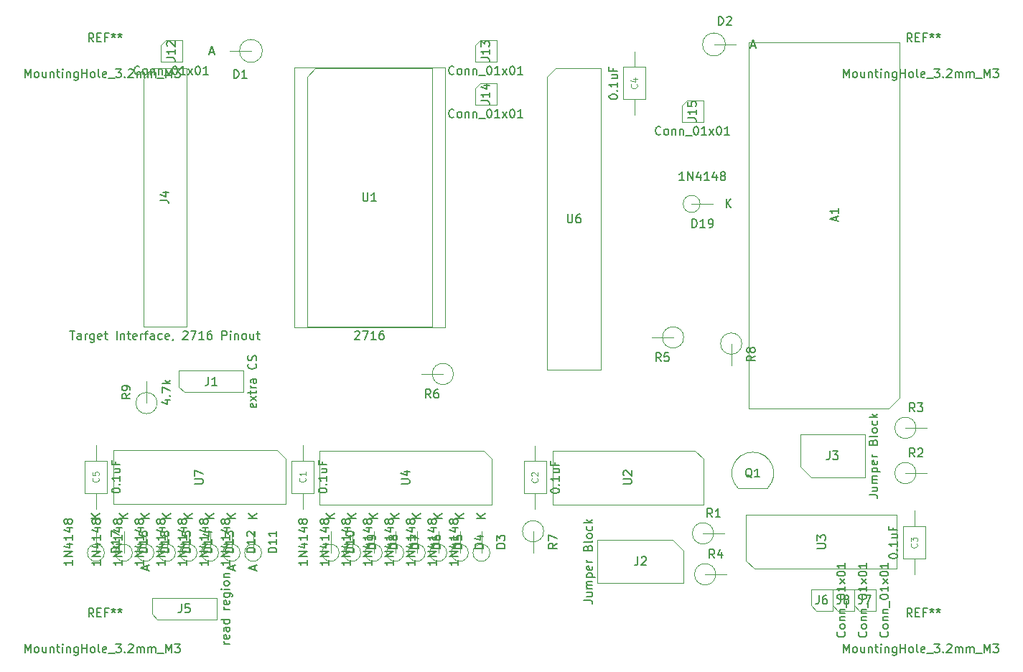
<source format=gbr>
G04 #@! TF.GenerationSoftware,KiCad,Pcbnew,(6.0.0)*
G04 #@! TF.CreationDate,2022-08-18T21:42:33-04:00*
G04 #@! TF.ProjectId,io_i2c,696f5f69-3263-42e6-9b69-6361645f7063,rev?*
G04 #@! TF.SameCoordinates,Original*
G04 #@! TF.FileFunction,AssemblyDrawing,Top*
%FSLAX46Y46*%
G04 Gerber Fmt 4.6, Leading zero omitted, Abs format (unit mm)*
G04 Created by KiCad (PCBNEW (6.0.0)) date 2022-08-18 21:42:33*
%MOMM*%
%LPD*%
G01*
G04 APERTURE LIST*
%ADD10C,0.150000*%
%ADD11C,0.114000*%
%ADD12C,0.100000*%
G04 APERTURE END LIST*
D10*
X90455009Y-158860857D02*
X90455009Y-159432285D01*
X90455009Y-159146571D02*
X89455009Y-159146571D01*
X89597867Y-159241809D01*
X89693105Y-159337047D01*
X89740724Y-159432285D01*
X90455009Y-158432285D02*
X89455009Y-158432285D01*
X90455009Y-157860857D01*
X89455009Y-157860857D01*
X89788343Y-156956095D02*
X90455009Y-156956095D01*
X89407390Y-157194190D02*
X90121676Y-157432285D01*
X90121676Y-156813238D01*
X90455009Y-155908476D02*
X90455009Y-156479904D01*
X90455009Y-156194190D02*
X89455009Y-156194190D01*
X89597867Y-156289428D01*
X89693105Y-156384666D01*
X89740724Y-156479904D01*
X89788343Y-155051333D02*
X90455009Y-155051333D01*
X89407390Y-155289428D02*
X90121676Y-155527523D01*
X90121676Y-154908476D01*
X89883581Y-154384666D02*
X89835962Y-154479904D01*
X89788343Y-154527523D01*
X89693105Y-154575142D01*
X89645486Y-154575142D01*
X89550248Y-154527523D01*
X89502629Y-154479904D01*
X89455009Y-154384666D01*
X89455009Y-154194190D01*
X89502629Y-154098952D01*
X89550248Y-154051333D01*
X89645486Y-154003714D01*
X89693105Y-154003714D01*
X89788343Y-154051333D01*
X89835962Y-154098952D01*
X89883581Y-154194190D01*
X89883581Y-154384666D01*
X89931200Y-154479904D01*
X89978819Y-154527523D01*
X90074057Y-154575142D01*
X90264533Y-154575142D01*
X90359771Y-154527523D01*
X90407390Y-154479904D01*
X90455009Y-154384666D01*
X90455009Y-154194190D01*
X90407390Y-154098952D01*
X90359771Y-154051333D01*
X90264533Y-154003714D01*
X90074057Y-154003714D01*
X89978819Y-154051333D01*
X89931200Y-154098952D01*
X89883581Y-154194190D01*
X95996751Y-157932285D02*
X94996751Y-157932285D01*
X94996751Y-157694190D01*
X95044371Y-157551333D01*
X95139609Y-157456095D01*
X95234847Y-157408476D01*
X95425323Y-157360857D01*
X95568180Y-157360857D01*
X95758656Y-157408476D01*
X95853894Y-157456095D01*
X95949132Y-157551333D01*
X95996751Y-157694190D01*
X95996751Y-157932285D01*
X95996751Y-156408476D02*
X95996751Y-156979904D01*
X95996751Y-156694190D02*
X94996751Y-156694190D01*
X95139609Y-156789428D01*
X95234847Y-156884666D01*
X95282466Y-156979904D01*
X95425323Y-155837047D02*
X95377704Y-155932285D01*
X95330085Y-155979904D01*
X95234847Y-156027523D01*
X95187228Y-156027523D01*
X95091990Y-155979904D01*
X95044371Y-155932285D01*
X94996751Y-155837047D01*
X94996751Y-155646571D01*
X95044371Y-155551333D01*
X95091990Y-155503714D01*
X95187228Y-155456095D01*
X95234847Y-155456095D01*
X95330085Y-155503714D01*
X95377704Y-155551333D01*
X95425323Y-155646571D01*
X95425323Y-155837047D01*
X95472942Y-155932285D01*
X95520561Y-155979904D01*
X95615799Y-156027523D01*
X95806275Y-156027523D01*
X95901513Y-155979904D01*
X95949132Y-155932285D01*
X95996751Y-155837047D01*
X95996751Y-155646571D01*
X95949132Y-155551333D01*
X95901513Y-155503714D01*
X95806275Y-155456095D01*
X95615799Y-155456095D01*
X95520561Y-155503714D01*
X95472942Y-155551333D01*
X95425323Y-155646571D01*
X93670380Y-153909904D02*
X92670380Y-153909904D01*
X93670380Y-153338476D02*
X93098952Y-153767047D01*
X92670380Y-153338476D02*
X93241809Y-153909904D01*
X93384666Y-160026095D02*
X93384666Y-159549904D01*
X93670380Y-160121333D02*
X92670380Y-159788000D01*
X93670380Y-159454666D01*
X100615009Y-158860857D02*
X100615009Y-159432285D01*
X100615009Y-159146571D02*
X99615009Y-159146571D01*
X99757867Y-159241809D01*
X99853105Y-159337047D01*
X99900724Y-159432285D01*
X100615009Y-158432285D02*
X99615009Y-158432285D01*
X100615009Y-157860857D01*
X99615009Y-157860857D01*
X99948343Y-156956095D02*
X100615009Y-156956095D01*
X99567390Y-157194190D02*
X100281676Y-157432285D01*
X100281676Y-156813238D01*
X100615009Y-155908476D02*
X100615009Y-156479904D01*
X100615009Y-156194190D02*
X99615009Y-156194190D01*
X99757867Y-156289428D01*
X99853105Y-156384666D01*
X99900724Y-156479904D01*
X99948343Y-155051333D02*
X100615009Y-155051333D01*
X99567390Y-155289428D02*
X100281676Y-155527523D01*
X100281676Y-154908476D01*
X100043581Y-154384666D02*
X99995962Y-154479904D01*
X99948343Y-154527523D01*
X99853105Y-154575142D01*
X99805486Y-154575142D01*
X99710248Y-154527523D01*
X99662629Y-154479904D01*
X99615009Y-154384666D01*
X99615009Y-154194190D01*
X99662629Y-154098952D01*
X99710248Y-154051333D01*
X99805486Y-154003714D01*
X99853105Y-154003714D01*
X99948343Y-154051333D01*
X99995962Y-154098952D01*
X100043581Y-154194190D01*
X100043581Y-154384666D01*
X100091200Y-154479904D01*
X100138819Y-154527523D01*
X100234057Y-154575142D01*
X100424533Y-154575142D01*
X100519771Y-154527523D01*
X100567390Y-154479904D01*
X100615009Y-154384666D01*
X100615009Y-154194190D01*
X100567390Y-154098952D01*
X100519771Y-154051333D01*
X100424533Y-154003714D01*
X100234057Y-154003714D01*
X100138819Y-154051333D01*
X100091200Y-154098952D01*
X100043581Y-154194190D01*
X103544666Y-160026095D02*
X103544666Y-159549904D01*
X103830380Y-160121333D02*
X102830380Y-159788000D01*
X103830380Y-159454666D01*
X106156751Y-157932285D02*
X105156751Y-157932285D01*
X105156751Y-157694190D01*
X105204371Y-157551333D01*
X105299609Y-157456095D01*
X105394847Y-157408476D01*
X105585323Y-157360857D01*
X105728180Y-157360857D01*
X105918656Y-157408476D01*
X106013894Y-157456095D01*
X106109132Y-157551333D01*
X106156751Y-157694190D01*
X106156751Y-157932285D01*
X106156751Y-156408476D02*
X106156751Y-156979904D01*
X106156751Y-156694190D02*
X105156751Y-156694190D01*
X105299609Y-156789428D01*
X105394847Y-156884666D01*
X105442466Y-156979904D01*
X105251990Y-156027523D02*
X105204371Y-155979904D01*
X105156751Y-155884666D01*
X105156751Y-155646571D01*
X105204371Y-155551333D01*
X105251990Y-155503714D01*
X105347228Y-155456095D01*
X105442466Y-155456095D01*
X105585323Y-155503714D01*
X106156751Y-156075142D01*
X106156751Y-155456095D01*
X103830380Y-153909904D02*
X102830380Y-153909904D01*
X103830380Y-153338476D02*
X103258952Y-153767047D01*
X102830380Y-153338476D02*
X103401809Y-153909904D01*
X175661142Y-167314095D02*
X175708761Y-167361714D01*
X175756380Y-167504571D01*
X175756380Y-167599809D01*
X175708761Y-167742666D01*
X175613523Y-167837904D01*
X175518285Y-167885523D01*
X175327809Y-167933142D01*
X175184952Y-167933142D01*
X174994476Y-167885523D01*
X174899238Y-167837904D01*
X174804000Y-167742666D01*
X174756380Y-167599809D01*
X174756380Y-167504571D01*
X174804000Y-167361714D01*
X174851619Y-167314095D01*
X175756380Y-166742666D02*
X175708761Y-166837904D01*
X175661142Y-166885523D01*
X175565904Y-166933142D01*
X175280190Y-166933142D01*
X175184952Y-166885523D01*
X175137333Y-166837904D01*
X175089714Y-166742666D01*
X175089714Y-166599809D01*
X175137333Y-166504571D01*
X175184952Y-166456952D01*
X175280190Y-166409333D01*
X175565904Y-166409333D01*
X175661142Y-166456952D01*
X175708761Y-166504571D01*
X175756380Y-166599809D01*
X175756380Y-166742666D01*
X175089714Y-165980761D02*
X175756380Y-165980761D01*
X175184952Y-165980761D02*
X175137333Y-165933142D01*
X175089714Y-165837904D01*
X175089714Y-165695047D01*
X175137333Y-165599809D01*
X175232571Y-165552190D01*
X175756380Y-165552190D01*
X175089714Y-165076000D02*
X175756380Y-165076000D01*
X175184952Y-165076000D02*
X175137333Y-165028380D01*
X175089714Y-164933142D01*
X175089714Y-164790285D01*
X175137333Y-164695047D01*
X175232571Y-164647428D01*
X175756380Y-164647428D01*
X175851619Y-164409333D02*
X175851619Y-163647428D01*
X174756380Y-163218857D02*
X174756380Y-163123619D01*
X174804000Y-163028380D01*
X174851619Y-162980761D01*
X174946857Y-162933142D01*
X175137333Y-162885523D01*
X175375428Y-162885523D01*
X175565904Y-162933142D01*
X175661142Y-162980761D01*
X175708761Y-163028380D01*
X175756380Y-163123619D01*
X175756380Y-163218857D01*
X175708761Y-163314095D01*
X175661142Y-163361714D01*
X175565904Y-163409333D01*
X175375428Y-163456952D01*
X175137333Y-163456952D01*
X174946857Y-163409333D01*
X174851619Y-163361714D01*
X174804000Y-163314095D01*
X174756380Y-163218857D01*
X175756380Y-161933142D02*
X175756380Y-162504571D01*
X175756380Y-162218857D02*
X174756380Y-162218857D01*
X174899238Y-162314095D01*
X174994476Y-162409333D01*
X175042095Y-162504571D01*
X175756380Y-161599809D02*
X175089714Y-161076000D01*
X175089714Y-161599809D02*
X175756380Y-161076000D01*
X174756380Y-160504571D02*
X174756380Y-160409333D01*
X174804000Y-160314095D01*
X174851619Y-160266476D01*
X174946857Y-160218857D01*
X175137333Y-160171238D01*
X175375428Y-160171238D01*
X175565904Y-160218857D01*
X175661142Y-160266476D01*
X175708761Y-160314095D01*
X175756380Y-160409333D01*
X175756380Y-160504571D01*
X175708761Y-160599809D01*
X175661142Y-160647428D01*
X175565904Y-160695047D01*
X175375428Y-160742666D01*
X175137333Y-160742666D01*
X174946857Y-160695047D01*
X174851619Y-160647428D01*
X174804000Y-160599809D01*
X174756380Y-160504571D01*
X175756380Y-159218857D02*
X175756380Y-159790285D01*
X175756380Y-159504571D02*
X174756380Y-159504571D01*
X174899238Y-159599809D01*
X174994476Y-159695047D01*
X175042095Y-159790285D01*
X172640666Y-163028380D02*
X172640666Y-163742666D01*
X172593047Y-163885523D01*
X172497809Y-163980761D01*
X172354952Y-164028380D01*
X172259714Y-164028380D01*
X173545428Y-163028380D02*
X173354952Y-163028380D01*
X173259714Y-163076000D01*
X173212095Y-163123619D01*
X173116857Y-163266476D01*
X173069238Y-163456952D01*
X173069238Y-163837904D01*
X173116857Y-163933142D01*
X173164476Y-163980761D01*
X173259714Y-164028380D01*
X173450190Y-164028380D01*
X173545428Y-163980761D01*
X173593047Y-163933142D01*
X173640666Y-163837904D01*
X173640666Y-163599809D01*
X173593047Y-163504571D01*
X173545428Y-163456952D01*
X173450190Y-163409333D01*
X173259714Y-163409333D01*
X173164476Y-163456952D01*
X173116857Y-163504571D01*
X173069238Y-163599809D01*
X126862333Y-139728380D02*
X126529000Y-139252190D01*
X126290904Y-139728380D02*
X126290904Y-138728380D01*
X126671857Y-138728380D01*
X126767095Y-138776000D01*
X126814714Y-138823619D01*
X126862333Y-138918857D01*
X126862333Y-139061714D01*
X126814714Y-139156952D01*
X126767095Y-139204571D01*
X126671857Y-139252190D01*
X126290904Y-139252190D01*
X127719476Y-138728380D02*
X127529000Y-138728380D01*
X127433761Y-138776000D01*
X127386142Y-138823619D01*
X127290904Y-138966476D01*
X127243285Y-139156952D01*
X127243285Y-139537904D01*
X127290904Y-139633142D01*
X127338523Y-139680761D01*
X127433761Y-139728380D01*
X127624238Y-139728380D01*
X127719476Y-139680761D01*
X127767095Y-139633142D01*
X127814714Y-139537904D01*
X127814714Y-139299809D01*
X127767095Y-139204571D01*
X127719476Y-139156952D01*
X127624238Y-139109333D01*
X127433761Y-139109333D01*
X127338523Y-139156952D01*
X127290904Y-139204571D01*
X127243285Y-139299809D01*
X175538952Y-101934380D02*
X175538952Y-100934380D01*
X175872285Y-101648666D01*
X176205619Y-100934380D01*
X176205619Y-101934380D01*
X176824666Y-101934380D02*
X176729428Y-101886761D01*
X176681809Y-101839142D01*
X176634190Y-101743904D01*
X176634190Y-101458190D01*
X176681809Y-101362952D01*
X176729428Y-101315333D01*
X176824666Y-101267714D01*
X176967523Y-101267714D01*
X177062761Y-101315333D01*
X177110380Y-101362952D01*
X177158000Y-101458190D01*
X177158000Y-101743904D01*
X177110380Y-101839142D01*
X177062761Y-101886761D01*
X176967523Y-101934380D01*
X176824666Y-101934380D01*
X178015142Y-101267714D02*
X178015142Y-101934380D01*
X177586571Y-101267714D02*
X177586571Y-101791523D01*
X177634190Y-101886761D01*
X177729428Y-101934380D01*
X177872285Y-101934380D01*
X177967523Y-101886761D01*
X178015142Y-101839142D01*
X178491333Y-101267714D02*
X178491333Y-101934380D01*
X178491333Y-101362952D02*
X178538952Y-101315333D01*
X178634190Y-101267714D01*
X178777047Y-101267714D01*
X178872285Y-101315333D01*
X178919904Y-101410571D01*
X178919904Y-101934380D01*
X179253238Y-101267714D02*
X179634190Y-101267714D01*
X179396095Y-100934380D02*
X179396095Y-101791523D01*
X179443714Y-101886761D01*
X179538952Y-101934380D01*
X179634190Y-101934380D01*
X179967523Y-101934380D02*
X179967523Y-101267714D01*
X179967523Y-100934380D02*
X179919904Y-100982000D01*
X179967523Y-101029619D01*
X180015142Y-100982000D01*
X179967523Y-100934380D01*
X179967523Y-101029619D01*
X180443714Y-101267714D02*
X180443714Y-101934380D01*
X180443714Y-101362952D02*
X180491333Y-101315333D01*
X180586571Y-101267714D01*
X180729428Y-101267714D01*
X180824666Y-101315333D01*
X180872285Y-101410571D01*
X180872285Y-101934380D01*
X181777047Y-101267714D02*
X181777047Y-102077238D01*
X181729428Y-102172476D01*
X181681809Y-102220095D01*
X181586571Y-102267714D01*
X181443714Y-102267714D01*
X181348476Y-102220095D01*
X181777047Y-101886761D02*
X181681809Y-101934380D01*
X181491333Y-101934380D01*
X181396095Y-101886761D01*
X181348476Y-101839142D01*
X181300857Y-101743904D01*
X181300857Y-101458190D01*
X181348476Y-101362952D01*
X181396095Y-101315333D01*
X181491333Y-101267714D01*
X181681809Y-101267714D01*
X181777047Y-101315333D01*
X182253238Y-101934380D02*
X182253238Y-100934380D01*
X182253238Y-101410571D02*
X182824666Y-101410571D01*
X182824666Y-101934380D02*
X182824666Y-100934380D01*
X183443714Y-101934380D02*
X183348476Y-101886761D01*
X183300857Y-101839142D01*
X183253238Y-101743904D01*
X183253238Y-101458190D01*
X183300857Y-101362952D01*
X183348476Y-101315333D01*
X183443714Y-101267714D01*
X183586571Y-101267714D01*
X183681809Y-101315333D01*
X183729428Y-101362952D01*
X183777047Y-101458190D01*
X183777047Y-101743904D01*
X183729428Y-101839142D01*
X183681809Y-101886761D01*
X183586571Y-101934380D01*
X183443714Y-101934380D01*
X184348476Y-101934380D02*
X184253238Y-101886761D01*
X184205619Y-101791523D01*
X184205619Y-100934380D01*
X185110380Y-101886761D02*
X185015142Y-101934380D01*
X184824666Y-101934380D01*
X184729428Y-101886761D01*
X184681809Y-101791523D01*
X184681809Y-101410571D01*
X184729428Y-101315333D01*
X184824666Y-101267714D01*
X185015142Y-101267714D01*
X185110380Y-101315333D01*
X185158000Y-101410571D01*
X185158000Y-101505809D01*
X184681809Y-101601047D01*
X185348476Y-102029619D02*
X186110380Y-102029619D01*
X186253238Y-100934380D02*
X186872285Y-100934380D01*
X186538952Y-101315333D01*
X186681809Y-101315333D01*
X186777047Y-101362952D01*
X186824666Y-101410571D01*
X186872285Y-101505809D01*
X186872285Y-101743904D01*
X186824666Y-101839142D01*
X186777047Y-101886761D01*
X186681809Y-101934380D01*
X186396095Y-101934380D01*
X186300857Y-101886761D01*
X186253238Y-101839142D01*
X187300857Y-101839142D02*
X187348476Y-101886761D01*
X187300857Y-101934380D01*
X187253238Y-101886761D01*
X187300857Y-101839142D01*
X187300857Y-101934380D01*
X187729428Y-101029619D02*
X187777047Y-100982000D01*
X187872285Y-100934380D01*
X188110380Y-100934380D01*
X188205619Y-100982000D01*
X188253238Y-101029619D01*
X188300857Y-101124857D01*
X188300857Y-101220095D01*
X188253238Y-101362952D01*
X187681809Y-101934380D01*
X188300857Y-101934380D01*
X188729428Y-101934380D02*
X188729428Y-101267714D01*
X188729428Y-101362952D02*
X188777047Y-101315333D01*
X188872285Y-101267714D01*
X189015142Y-101267714D01*
X189110380Y-101315333D01*
X189158000Y-101410571D01*
X189158000Y-101934380D01*
X189158000Y-101410571D02*
X189205619Y-101315333D01*
X189300857Y-101267714D01*
X189443714Y-101267714D01*
X189538952Y-101315333D01*
X189586571Y-101410571D01*
X189586571Y-101934380D01*
X190062761Y-101934380D02*
X190062761Y-101267714D01*
X190062761Y-101362952D02*
X190110380Y-101315333D01*
X190205619Y-101267714D01*
X190348476Y-101267714D01*
X190443714Y-101315333D01*
X190491333Y-101410571D01*
X190491333Y-101934380D01*
X190491333Y-101410571D02*
X190538952Y-101315333D01*
X190634190Y-101267714D01*
X190777047Y-101267714D01*
X190872285Y-101315333D01*
X190919904Y-101410571D01*
X190919904Y-101934380D01*
X191158000Y-102029619D02*
X191919904Y-102029619D01*
X192158000Y-101934380D02*
X192158000Y-100934380D01*
X192491333Y-101648666D01*
X192824666Y-100934380D01*
X192824666Y-101934380D01*
X193205619Y-100934380D02*
X193824666Y-100934380D01*
X193491333Y-101315333D01*
X193634190Y-101315333D01*
X193729428Y-101362952D01*
X193777047Y-101410571D01*
X193824666Y-101505809D01*
X193824666Y-101743904D01*
X193777047Y-101839142D01*
X193729428Y-101886761D01*
X193634190Y-101934380D01*
X193348476Y-101934380D01*
X193253238Y-101886761D01*
X193205619Y-101839142D01*
X183624666Y-97734380D02*
X183291333Y-97258190D01*
X183053238Y-97734380D02*
X183053238Y-96734380D01*
X183434190Y-96734380D01*
X183529428Y-96782000D01*
X183577047Y-96829619D01*
X183624666Y-96924857D01*
X183624666Y-97067714D01*
X183577047Y-97162952D01*
X183529428Y-97210571D01*
X183434190Y-97258190D01*
X183053238Y-97258190D01*
X184053238Y-97210571D02*
X184386571Y-97210571D01*
X184529428Y-97734380D02*
X184053238Y-97734380D01*
X184053238Y-96734380D01*
X184529428Y-96734380D01*
X185291333Y-97210571D02*
X184958000Y-97210571D01*
X184958000Y-97734380D02*
X184958000Y-96734380D01*
X185434190Y-96734380D01*
X185958000Y-96734380D02*
X185958000Y-96972476D01*
X185719904Y-96877238D02*
X185958000Y-96972476D01*
X186196095Y-96877238D01*
X185815142Y-97162952D02*
X185958000Y-96972476D01*
X186100857Y-97162952D01*
X186719904Y-96734380D02*
X186719904Y-96972476D01*
X186481809Y-96877238D02*
X186719904Y-96972476D01*
X186958000Y-96877238D01*
X186577047Y-97162952D02*
X186719904Y-96972476D01*
X186862761Y-97162952D01*
X89248380Y-150680857D02*
X89248380Y-150585619D01*
X89296000Y-150490380D01*
X89343619Y-150442761D01*
X89438857Y-150395142D01*
X89629333Y-150347523D01*
X89867428Y-150347523D01*
X90057904Y-150395142D01*
X90153142Y-150442761D01*
X90200761Y-150490380D01*
X90248380Y-150585619D01*
X90248380Y-150680857D01*
X90200761Y-150776095D01*
X90153142Y-150823714D01*
X90057904Y-150871333D01*
X89867428Y-150918952D01*
X89629333Y-150918952D01*
X89438857Y-150871333D01*
X89343619Y-150823714D01*
X89296000Y-150776095D01*
X89248380Y-150680857D01*
X90153142Y-149918952D02*
X90200761Y-149871333D01*
X90248380Y-149918952D01*
X90200761Y-149966571D01*
X90153142Y-149918952D01*
X90248380Y-149918952D01*
X90248380Y-148918952D02*
X90248380Y-149490380D01*
X90248380Y-149204666D02*
X89248380Y-149204666D01*
X89391238Y-149299904D01*
X89486476Y-149395142D01*
X89534095Y-149490380D01*
X89581714Y-148061809D02*
X90248380Y-148061809D01*
X89581714Y-148490380D02*
X90105523Y-148490380D01*
X90200761Y-148442761D01*
X90248380Y-148347523D01*
X90248380Y-148204666D01*
X90200761Y-148109428D01*
X90153142Y-148061809D01*
X89724571Y-147252285D02*
X89724571Y-147585619D01*
X90248380Y-147585619D02*
X89248380Y-147585619D01*
X89248380Y-147109428D01*
D11*
X87647428Y-149164666D02*
X87683619Y-149200857D01*
X87719809Y-149309428D01*
X87719809Y-149381809D01*
X87683619Y-149490380D01*
X87611238Y-149562761D01*
X87538857Y-149598952D01*
X87394095Y-149635142D01*
X87285523Y-149635142D01*
X87140761Y-149598952D01*
X87068380Y-149562761D01*
X86996000Y-149490380D01*
X86959809Y-149381809D01*
X86959809Y-149309428D01*
X86996000Y-149200857D01*
X87032190Y-149164666D01*
X86959809Y-148477047D02*
X86959809Y-148838952D01*
X87321714Y-148875142D01*
X87285523Y-148838952D01*
X87249333Y-148766571D01*
X87249333Y-148585619D01*
X87285523Y-148513238D01*
X87321714Y-148477047D01*
X87394095Y-148440857D01*
X87575047Y-148440857D01*
X87647428Y-148477047D01*
X87683619Y-148513238D01*
X87719809Y-148585619D01*
X87719809Y-148766571D01*
X87683619Y-148838952D01*
X87647428Y-148875142D01*
D10*
X178566380Y-151153238D02*
X179280666Y-151153238D01*
X179423523Y-151200857D01*
X179518761Y-151296095D01*
X179566380Y-151438952D01*
X179566380Y-151534190D01*
X178899714Y-150248476D02*
X179566380Y-150248476D01*
X178899714Y-150677047D02*
X179423523Y-150677047D01*
X179518761Y-150629428D01*
X179566380Y-150534190D01*
X179566380Y-150391333D01*
X179518761Y-150296095D01*
X179471142Y-150248476D01*
X179566380Y-149772285D02*
X178899714Y-149772285D01*
X178994952Y-149772285D02*
X178947333Y-149724666D01*
X178899714Y-149629428D01*
X178899714Y-149486571D01*
X178947333Y-149391333D01*
X179042571Y-149343714D01*
X179566380Y-149343714D01*
X179042571Y-149343714D02*
X178947333Y-149296095D01*
X178899714Y-149200857D01*
X178899714Y-149058000D01*
X178947333Y-148962761D01*
X179042571Y-148915142D01*
X179566380Y-148915142D01*
X178899714Y-148438952D02*
X179899714Y-148438952D01*
X178947333Y-148438952D02*
X178899714Y-148343714D01*
X178899714Y-148153238D01*
X178947333Y-148058000D01*
X178994952Y-148010380D01*
X179090190Y-147962761D01*
X179375904Y-147962761D01*
X179471142Y-148010380D01*
X179518761Y-148058000D01*
X179566380Y-148153238D01*
X179566380Y-148343714D01*
X179518761Y-148438952D01*
X179518761Y-147153238D02*
X179566380Y-147248476D01*
X179566380Y-147438952D01*
X179518761Y-147534190D01*
X179423523Y-147581809D01*
X179042571Y-147581809D01*
X178947333Y-147534190D01*
X178899714Y-147438952D01*
X178899714Y-147248476D01*
X178947333Y-147153238D01*
X179042571Y-147105619D01*
X179137809Y-147105619D01*
X179233047Y-147581809D01*
X179566380Y-146677047D02*
X178899714Y-146677047D01*
X179090190Y-146677047D02*
X178994952Y-146629428D01*
X178947333Y-146581809D01*
X178899714Y-146486571D01*
X178899714Y-146391333D01*
X179042571Y-144962761D02*
X179090190Y-144819904D01*
X179137809Y-144772285D01*
X179233047Y-144724666D01*
X179375904Y-144724666D01*
X179471142Y-144772285D01*
X179518761Y-144819904D01*
X179566380Y-144915142D01*
X179566380Y-145296095D01*
X178566380Y-145296095D01*
X178566380Y-144962761D01*
X178614000Y-144867523D01*
X178661619Y-144819904D01*
X178756857Y-144772285D01*
X178852095Y-144772285D01*
X178947333Y-144819904D01*
X178994952Y-144867523D01*
X179042571Y-144962761D01*
X179042571Y-145296095D01*
X179566380Y-144153238D02*
X179518761Y-144248476D01*
X179423523Y-144296095D01*
X178566380Y-144296095D01*
X179566380Y-143629428D02*
X179518761Y-143724666D01*
X179471142Y-143772285D01*
X179375904Y-143819904D01*
X179090190Y-143819904D01*
X178994952Y-143772285D01*
X178947333Y-143724666D01*
X178899714Y-143629428D01*
X178899714Y-143486571D01*
X178947333Y-143391333D01*
X178994952Y-143343714D01*
X179090190Y-143296095D01*
X179375904Y-143296095D01*
X179471142Y-143343714D01*
X179518761Y-143391333D01*
X179566380Y-143486571D01*
X179566380Y-143629428D01*
X179518761Y-142438952D02*
X179566380Y-142534190D01*
X179566380Y-142724666D01*
X179518761Y-142819904D01*
X179471142Y-142867523D01*
X179375904Y-142915142D01*
X179090190Y-142915142D01*
X178994952Y-142867523D01*
X178947333Y-142819904D01*
X178899714Y-142724666D01*
X178899714Y-142534190D01*
X178947333Y-142438952D01*
X179566380Y-142010380D02*
X178566380Y-142010380D01*
X179185428Y-141915142D02*
X179566380Y-141629428D01*
X178899714Y-141629428D02*
X179280666Y-142010380D01*
X173910666Y-146010380D02*
X173910666Y-146724666D01*
X173863047Y-146867523D01*
X173767809Y-146962761D01*
X173624952Y-147010380D01*
X173529714Y-147010380D01*
X174291619Y-146010380D02*
X174910666Y-146010380D01*
X174577333Y-146391333D01*
X174720190Y-146391333D01*
X174815428Y-146438952D01*
X174863047Y-146486571D01*
X174910666Y-146581809D01*
X174910666Y-146819904D01*
X174863047Y-146915142D01*
X174815428Y-146962761D01*
X174720190Y-147010380D01*
X174434476Y-147010380D01*
X174339238Y-146962761D01*
X174291619Y-146915142D01*
X92995009Y-158860857D02*
X92995009Y-159432285D01*
X92995009Y-159146571D02*
X91995009Y-159146571D01*
X92137867Y-159241809D01*
X92233105Y-159337047D01*
X92280724Y-159432285D01*
X92995009Y-158432285D02*
X91995009Y-158432285D01*
X92995009Y-157860857D01*
X91995009Y-157860857D01*
X92328343Y-156956095D02*
X92995009Y-156956095D01*
X91947390Y-157194190D02*
X92661676Y-157432285D01*
X92661676Y-156813238D01*
X92995009Y-155908476D02*
X92995009Y-156479904D01*
X92995009Y-156194190D02*
X91995009Y-156194190D01*
X92137867Y-156289428D01*
X92233105Y-156384666D01*
X92280724Y-156479904D01*
X92328343Y-155051333D02*
X92995009Y-155051333D01*
X91947390Y-155289428D02*
X92661676Y-155527523D01*
X92661676Y-154908476D01*
X92423581Y-154384666D02*
X92375962Y-154479904D01*
X92328343Y-154527523D01*
X92233105Y-154575142D01*
X92185486Y-154575142D01*
X92090248Y-154527523D01*
X92042629Y-154479904D01*
X91995009Y-154384666D01*
X91995009Y-154194190D01*
X92042629Y-154098952D01*
X92090248Y-154051333D01*
X92185486Y-154003714D01*
X92233105Y-154003714D01*
X92328343Y-154051333D01*
X92375962Y-154098952D01*
X92423581Y-154194190D01*
X92423581Y-154384666D01*
X92471200Y-154479904D01*
X92518819Y-154527523D01*
X92614057Y-154575142D01*
X92804533Y-154575142D01*
X92899771Y-154527523D01*
X92947390Y-154479904D01*
X92995009Y-154384666D01*
X92995009Y-154194190D01*
X92947390Y-154098952D01*
X92899771Y-154051333D01*
X92804533Y-154003714D01*
X92614057Y-154003714D01*
X92518819Y-154051333D01*
X92471200Y-154098952D01*
X92423581Y-154194190D01*
X96210380Y-153909904D02*
X95210380Y-153909904D01*
X96210380Y-153338476D02*
X95638952Y-153767047D01*
X95210380Y-153338476D02*
X95781809Y-153909904D01*
X98536751Y-157932285D02*
X97536751Y-157932285D01*
X97536751Y-157694190D01*
X97584371Y-157551333D01*
X97679609Y-157456095D01*
X97774847Y-157408476D01*
X97965323Y-157360857D01*
X98108180Y-157360857D01*
X98298656Y-157408476D01*
X98393894Y-157456095D01*
X98489132Y-157551333D01*
X98536751Y-157694190D01*
X98536751Y-157932285D01*
X98536751Y-156408476D02*
X98536751Y-156979904D01*
X98536751Y-156694190D02*
X97536751Y-156694190D01*
X97679609Y-156789428D01*
X97774847Y-156884666D01*
X97822466Y-156979904D01*
X97536751Y-155503714D02*
X97536751Y-155979904D01*
X98012942Y-156027523D01*
X97965323Y-155979904D01*
X97917704Y-155884666D01*
X97917704Y-155646571D01*
X97965323Y-155551333D01*
X98012942Y-155503714D01*
X98108180Y-155456095D01*
X98346275Y-155456095D01*
X98441513Y-155503714D01*
X98489132Y-155551333D01*
X98536751Y-155646571D01*
X98536751Y-155884666D01*
X98489132Y-155979904D01*
X98441513Y-156027523D01*
X99020380Y-149859904D02*
X99829904Y-149859904D01*
X99925142Y-149812285D01*
X99972761Y-149764666D01*
X100020380Y-149669428D01*
X100020380Y-149478952D01*
X99972761Y-149383714D01*
X99925142Y-149336095D01*
X99829904Y-149288476D01*
X99020380Y-149288476D01*
X99020380Y-148907523D02*
X99020380Y-148240857D01*
X100020380Y-148669428D01*
X112299009Y-158860857D02*
X112299009Y-159432285D01*
X112299009Y-159146571D02*
X111299009Y-159146571D01*
X111441867Y-159241809D01*
X111537105Y-159337047D01*
X111584724Y-159432285D01*
X112299009Y-158432285D02*
X111299009Y-158432285D01*
X112299009Y-157860857D01*
X111299009Y-157860857D01*
X111632343Y-156956095D02*
X112299009Y-156956095D01*
X111251390Y-157194190D02*
X111965676Y-157432285D01*
X111965676Y-156813238D01*
X112299009Y-155908476D02*
X112299009Y-156479904D01*
X112299009Y-156194190D02*
X111299009Y-156194190D01*
X111441867Y-156289428D01*
X111537105Y-156384666D01*
X111584724Y-156479904D01*
X111632343Y-155051333D02*
X112299009Y-155051333D01*
X111251390Y-155289428D02*
X111965676Y-155527523D01*
X111965676Y-154908476D01*
X111727581Y-154384666D02*
X111679962Y-154479904D01*
X111632343Y-154527523D01*
X111537105Y-154575142D01*
X111489486Y-154575142D01*
X111394248Y-154527523D01*
X111346629Y-154479904D01*
X111299009Y-154384666D01*
X111299009Y-154194190D01*
X111346629Y-154098952D01*
X111394248Y-154051333D01*
X111489486Y-154003714D01*
X111537105Y-154003714D01*
X111632343Y-154051333D01*
X111679962Y-154098952D01*
X111727581Y-154194190D01*
X111727581Y-154384666D01*
X111775200Y-154479904D01*
X111822819Y-154527523D01*
X111918057Y-154575142D01*
X112108533Y-154575142D01*
X112203771Y-154527523D01*
X112251390Y-154479904D01*
X112299009Y-154384666D01*
X112299009Y-154194190D01*
X112251390Y-154098952D01*
X112203771Y-154051333D01*
X112108533Y-154003714D01*
X111918057Y-154003714D01*
X111822819Y-154051333D01*
X111775200Y-154098952D01*
X111727581Y-154194190D01*
X117840751Y-157932285D02*
X116840751Y-157932285D01*
X116840751Y-157694190D01*
X116888371Y-157551333D01*
X116983609Y-157456095D01*
X117078847Y-157408476D01*
X117269323Y-157360857D01*
X117412180Y-157360857D01*
X117602656Y-157408476D01*
X117697894Y-157456095D01*
X117793132Y-157551333D01*
X117840751Y-157694190D01*
X117840751Y-157932285D01*
X117840751Y-156408476D02*
X117840751Y-156979904D01*
X117840751Y-156694190D02*
X116840751Y-156694190D01*
X116983609Y-156789428D01*
X117078847Y-156884666D01*
X117126466Y-156979904D01*
X116840751Y-155789428D02*
X116840751Y-155694190D01*
X116888371Y-155598952D01*
X116935990Y-155551333D01*
X117031228Y-155503714D01*
X117221704Y-155456095D01*
X117459799Y-155456095D01*
X117650275Y-155503714D01*
X117745513Y-155551333D01*
X117793132Y-155598952D01*
X117840751Y-155694190D01*
X117840751Y-155789428D01*
X117793132Y-155884666D01*
X117745513Y-155932285D01*
X117650275Y-155979904D01*
X117459799Y-156027523D01*
X117221704Y-156027523D01*
X117031228Y-155979904D01*
X116935990Y-155932285D01*
X116888371Y-155884666D01*
X116840751Y-155789428D01*
X115514380Y-153909904D02*
X114514380Y-153909904D01*
X115514380Y-153338476D02*
X114942952Y-153767047D01*
X114514380Y-153338476D02*
X115085809Y-153909904D01*
X103655904Y-102009015D02*
X103655904Y-101009015D01*
X103894000Y-101009015D01*
X104036857Y-101056635D01*
X104132095Y-101151873D01*
X104179714Y-101247111D01*
X104227333Y-101437587D01*
X104227333Y-101580444D01*
X104179714Y-101770920D01*
X104132095Y-101866158D01*
X104036857Y-101961396D01*
X103894000Y-102009015D01*
X103655904Y-102009015D01*
X105179714Y-102009015D02*
X104608285Y-102009015D01*
X104894000Y-102009015D02*
X104894000Y-101009015D01*
X104798761Y-101151873D01*
X104703523Y-101247111D01*
X104608285Y-101294730D01*
X100785904Y-98972666D02*
X101262095Y-98972666D01*
X100690666Y-99258380D02*
X101024000Y-98258380D01*
X101357333Y-99258380D01*
X156762828Y-114077009D02*
X156191400Y-114077009D01*
X156477114Y-114077009D02*
X156477114Y-113077009D01*
X156381876Y-113219867D01*
X156286638Y-113315105D01*
X156191400Y-113362724D01*
X157191400Y-114077009D02*
X157191400Y-113077009D01*
X157762828Y-114077009D01*
X157762828Y-113077009D01*
X158667590Y-113410343D02*
X158667590Y-114077009D01*
X158429495Y-113029390D02*
X158191400Y-113743676D01*
X158810447Y-113743676D01*
X159715209Y-114077009D02*
X159143781Y-114077009D01*
X159429495Y-114077009D02*
X159429495Y-113077009D01*
X159334257Y-113219867D01*
X159239019Y-113315105D01*
X159143781Y-113362724D01*
X160572352Y-113410343D02*
X160572352Y-114077009D01*
X160334257Y-113029390D02*
X160096162Y-113743676D01*
X160715209Y-113743676D01*
X161239019Y-113505581D02*
X161143781Y-113457962D01*
X161096162Y-113410343D01*
X161048543Y-113315105D01*
X161048543Y-113267486D01*
X161096162Y-113172248D01*
X161143781Y-113124629D01*
X161239019Y-113077009D01*
X161429495Y-113077009D01*
X161524733Y-113124629D01*
X161572352Y-113172248D01*
X161619971Y-113267486D01*
X161619971Y-113315105D01*
X161572352Y-113410343D01*
X161524733Y-113457962D01*
X161429495Y-113505581D01*
X161239019Y-113505581D01*
X161143781Y-113553200D01*
X161096162Y-113600819D01*
X161048543Y-113696057D01*
X161048543Y-113886533D01*
X161096162Y-113981771D01*
X161143781Y-114029390D01*
X161239019Y-114077009D01*
X161429495Y-114077009D01*
X161524733Y-114029390D01*
X161572352Y-113981771D01*
X161619971Y-113886533D01*
X161619971Y-113696057D01*
X161572352Y-113600819D01*
X161524733Y-113553200D01*
X161429495Y-113505581D01*
X161713781Y-117292380D02*
X161713781Y-116292380D01*
X162285209Y-117292380D02*
X161856638Y-116720952D01*
X162285209Y-116292380D02*
X161713781Y-116863809D01*
X157691400Y-119618751D02*
X157691400Y-118618751D01*
X157929495Y-118618751D01*
X158072352Y-118666371D01*
X158167590Y-118761609D01*
X158215209Y-118856847D01*
X158262828Y-119047323D01*
X158262828Y-119190180D01*
X158215209Y-119380656D01*
X158167590Y-119475894D01*
X158072352Y-119571132D01*
X157929495Y-119618751D01*
X157691400Y-119618751D01*
X159215209Y-119618751D02*
X158643781Y-119618751D01*
X158929495Y-119618751D02*
X158929495Y-118618751D01*
X158834257Y-118761609D01*
X158739019Y-118856847D01*
X158643781Y-118904466D01*
X159691400Y-119618751D02*
X159881876Y-119618751D01*
X159977114Y-119571132D01*
X160024733Y-119523513D01*
X160119971Y-119380656D01*
X160167590Y-119190180D01*
X160167590Y-118809228D01*
X160119971Y-118713990D01*
X160072352Y-118666371D01*
X159977114Y-118618751D01*
X159786638Y-118618751D01*
X159691400Y-118666371D01*
X159643781Y-118713990D01*
X159596162Y-118809228D01*
X159596162Y-119047323D01*
X159643781Y-119142561D01*
X159691400Y-119190180D01*
X159786638Y-119237799D01*
X159977114Y-119237799D01*
X160072352Y-119190180D01*
X160119971Y-119142561D01*
X160167590Y-119047323D01*
X84613009Y-158860857D02*
X84613009Y-159432285D01*
X84613009Y-159146571D02*
X83613009Y-159146571D01*
X83755867Y-159241809D01*
X83851105Y-159337047D01*
X83898724Y-159432285D01*
X84613009Y-158432285D02*
X83613009Y-158432285D01*
X84613009Y-157860857D01*
X83613009Y-157860857D01*
X83946343Y-156956095D02*
X84613009Y-156956095D01*
X83565390Y-157194190D02*
X84279676Y-157432285D01*
X84279676Y-156813238D01*
X84613009Y-155908476D02*
X84613009Y-156479904D01*
X84613009Y-156194190D02*
X83613009Y-156194190D01*
X83755867Y-156289428D01*
X83851105Y-156384666D01*
X83898724Y-156479904D01*
X83946343Y-155051333D02*
X84613009Y-155051333D01*
X83565390Y-155289428D02*
X84279676Y-155527523D01*
X84279676Y-154908476D01*
X84041581Y-154384666D02*
X83993962Y-154479904D01*
X83946343Y-154527523D01*
X83851105Y-154575142D01*
X83803486Y-154575142D01*
X83708248Y-154527523D01*
X83660629Y-154479904D01*
X83613009Y-154384666D01*
X83613009Y-154194190D01*
X83660629Y-154098952D01*
X83708248Y-154051333D01*
X83803486Y-154003714D01*
X83851105Y-154003714D01*
X83946343Y-154051333D01*
X83993962Y-154098952D01*
X84041581Y-154194190D01*
X84041581Y-154384666D01*
X84089200Y-154479904D01*
X84136819Y-154527523D01*
X84232057Y-154575142D01*
X84422533Y-154575142D01*
X84517771Y-154527523D01*
X84565390Y-154479904D01*
X84613009Y-154384666D01*
X84613009Y-154194190D01*
X84565390Y-154098952D01*
X84517771Y-154051333D01*
X84422533Y-154003714D01*
X84232057Y-154003714D01*
X84136819Y-154051333D01*
X84089200Y-154098952D01*
X84041581Y-154194190D01*
X90154751Y-157932285D02*
X89154751Y-157932285D01*
X89154751Y-157694190D01*
X89202371Y-157551333D01*
X89297609Y-157456095D01*
X89392847Y-157408476D01*
X89583323Y-157360857D01*
X89726180Y-157360857D01*
X89916656Y-157408476D01*
X90011894Y-157456095D01*
X90107132Y-157551333D01*
X90154751Y-157694190D01*
X90154751Y-157932285D01*
X90154751Y-156408476D02*
X90154751Y-156979904D01*
X90154751Y-156694190D02*
X89154751Y-156694190D01*
X89297609Y-156789428D01*
X89392847Y-156884666D01*
X89440466Y-156979904D01*
X89154751Y-156075142D02*
X89154751Y-155408476D01*
X90154751Y-155837047D01*
X87828380Y-153909904D02*
X86828380Y-153909904D01*
X87828380Y-153338476D02*
X87256952Y-153767047D01*
X86828380Y-153338476D02*
X87399809Y-153909904D01*
X183954333Y-146672380D02*
X183621000Y-146196190D01*
X183382904Y-146672380D02*
X183382904Y-145672380D01*
X183763857Y-145672380D01*
X183859095Y-145720000D01*
X183906714Y-145767619D01*
X183954333Y-145862857D01*
X183954333Y-146005714D01*
X183906714Y-146100952D01*
X183859095Y-146148571D01*
X183763857Y-146196190D01*
X183382904Y-146196190D01*
X184335285Y-145767619D02*
X184382904Y-145720000D01*
X184478142Y-145672380D01*
X184716238Y-145672380D01*
X184811476Y-145720000D01*
X184859095Y-145767619D01*
X184906714Y-145862857D01*
X184906714Y-145958095D01*
X184859095Y-146100952D01*
X184287666Y-146672380D01*
X184906714Y-146672380D01*
X124999009Y-158860857D02*
X124999009Y-159432285D01*
X124999009Y-159146571D02*
X123999009Y-159146571D01*
X124141867Y-159241809D01*
X124237105Y-159337047D01*
X124284724Y-159432285D01*
X124999009Y-158432285D02*
X123999009Y-158432285D01*
X124999009Y-157860857D01*
X123999009Y-157860857D01*
X124332343Y-156956095D02*
X124999009Y-156956095D01*
X123951390Y-157194190D02*
X124665676Y-157432285D01*
X124665676Y-156813238D01*
X124999009Y-155908476D02*
X124999009Y-156479904D01*
X124999009Y-156194190D02*
X123999009Y-156194190D01*
X124141867Y-156289428D01*
X124237105Y-156384666D01*
X124284724Y-156479904D01*
X124332343Y-155051333D02*
X124999009Y-155051333D01*
X123951390Y-155289428D02*
X124665676Y-155527523D01*
X124665676Y-154908476D01*
X124427581Y-154384666D02*
X124379962Y-154479904D01*
X124332343Y-154527523D01*
X124237105Y-154575142D01*
X124189486Y-154575142D01*
X124094248Y-154527523D01*
X124046629Y-154479904D01*
X123999009Y-154384666D01*
X123999009Y-154194190D01*
X124046629Y-154098952D01*
X124094248Y-154051333D01*
X124189486Y-154003714D01*
X124237105Y-154003714D01*
X124332343Y-154051333D01*
X124379962Y-154098952D01*
X124427581Y-154194190D01*
X124427581Y-154384666D01*
X124475200Y-154479904D01*
X124522819Y-154527523D01*
X124618057Y-154575142D01*
X124808533Y-154575142D01*
X124903771Y-154527523D01*
X124951390Y-154479904D01*
X124999009Y-154384666D01*
X124999009Y-154194190D01*
X124951390Y-154098952D01*
X124903771Y-154051333D01*
X124808533Y-154003714D01*
X124618057Y-154003714D01*
X124522819Y-154051333D01*
X124475200Y-154098952D01*
X124427581Y-154194190D01*
X128214380Y-153909904D02*
X127214380Y-153909904D01*
X128214380Y-153338476D02*
X127642952Y-153767047D01*
X127214380Y-153338476D02*
X127785809Y-153909904D01*
X130540751Y-157456095D02*
X129540751Y-157456095D01*
X129540751Y-157218000D01*
X129588371Y-157075142D01*
X129683609Y-156979904D01*
X129778847Y-156932285D01*
X129969323Y-156884666D01*
X130112180Y-156884666D01*
X130302656Y-156932285D01*
X130397894Y-156979904D01*
X130493132Y-157075142D01*
X130540751Y-157218000D01*
X130540751Y-157456095D01*
X129540751Y-155979904D02*
X129540751Y-156456095D01*
X130016942Y-156503714D01*
X129969323Y-156456095D01*
X129921704Y-156360857D01*
X129921704Y-156122761D01*
X129969323Y-156027523D01*
X130016942Y-155979904D01*
X130112180Y-155932285D01*
X130350275Y-155932285D01*
X130445513Y-155979904D01*
X130493132Y-156027523D01*
X130540751Y-156122761D01*
X130540751Y-156360857D01*
X130493132Y-156456095D01*
X130445513Y-156503714D01*
X98075009Y-158860857D02*
X98075009Y-159432285D01*
X98075009Y-159146571D02*
X97075009Y-159146571D01*
X97217867Y-159241809D01*
X97313105Y-159337047D01*
X97360724Y-159432285D01*
X98075009Y-158432285D02*
X97075009Y-158432285D01*
X98075009Y-157860857D01*
X97075009Y-157860857D01*
X97408343Y-156956095D02*
X98075009Y-156956095D01*
X97027390Y-157194190D02*
X97741676Y-157432285D01*
X97741676Y-156813238D01*
X98075009Y-155908476D02*
X98075009Y-156479904D01*
X98075009Y-156194190D02*
X97075009Y-156194190D01*
X97217867Y-156289428D01*
X97313105Y-156384666D01*
X97360724Y-156479904D01*
X97408343Y-155051333D02*
X98075009Y-155051333D01*
X97027390Y-155289428D02*
X97741676Y-155527523D01*
X97741676Y-154908476D01*
X97503581Y-154384666D02*
X97455962Y-154479904D01*
X97408343Y-154527523D01*
X97313105Y-154575142D01*
X97265486Y-154575142D01*
X97170248Y-154527523D01*
X97122629Y-154479904D01*
X97075009Y-154384666D01*
X97075009Y-154194190D01*
X97122629Y-154098952D01*
X97170248Y-154051333D01*
X97265486Y-154003714D01*
X97313105Y-154003714D01*
X97408343Y-154051333D01*
X97455962Y-154098952D01*
X97503581Y-154194190D01*
X97503581Y-154384666D01*
X97551200Y-154479904D01*
X97598819Y-154527523D01*
X97694057Y-154575142D01*
X97884533Y-154575142D01*
X97979771Y-154527523D01*
X98027390Y-154479904D01*
X98075009Y-154384666D01*
X98075009Y-154194190D01*
X98027390Y-154098952D01*
X97979771Y-154051333D01*
X97884533Y-154003714D01*
X97694057Y-154003714D01*
X97598819Y-154051333D01*
X97551200Y-154098952D01*
X97503581Y-154194190D01*
X103616751Y-157932285D02*
X102616751Y-157932285D01*
X102616751Y-157694190D01*
X102664371Y-157551333D01*
X102759609Y-157456095D01*
X102854847Y-157408476D01*
X103045323Y-157360857D01*
X103188180Y-157360857D01*
X103378656Y-157408476D01*
X103473894Y-157456095D01*
X103569132Y-157551333D01*
X103616751Y-157694190D01*
X103616751Y-157932285D01*
X103616751Y-156408476D02*
X103616751Y-156979904D01*
X103616751Y-156694190D02*
X102616751Y-156694190D01*
X102759609Y-156789428D01*
X102854847Y-156884666D01*
X102902466Y-156979904D01*
X102616751Y-156075142D02*
X102616751Y-155456095D01*
X102997704Y-155789428D01*
X102997704Y-155646571D01*
X103045323Y-155551333D01*
X103092942Y-155503714D01*
X103188180Y-155456095D01*
X103426275Y-155456095D01*
X103521513Y-155503714D01*
X103569132Y-155551333D01*
X103616751Y-155646571D01*
X103616751Y-155932285D01*
X103569132Y-156027523D01*
X103521513Y-156075142D01*
X101290380Y-153909904D02*
X100290380Y-153909904D01*
X101290380Y-153338476D02*
X100718952Y-153767047D01*
X100290380Y-153338476D02*
X100861809Y-153909904D01*
X160805904Y-95745745D02*
X160805904Y-94745745D01*
X161044000Y-94745745D01*
X161186857Y-94793365D01*
X161282095Y-94888603D01*
X161329714Y-94983841D01*
X161377333Y-95174317D01*
X161377333Y-95317174D01*
X161329714Y-95507650D01*
X161282095Y-95602888D01*
X161186857Y-95698126D01*
X161044000Y-95745745D01*
X160805904Y-95745745D01*
X161758285Y-94840984D02*
X161805904Y-94793365D01*
X161901142Y-94745745D01*
X162139238Y-94745745D01*
X162234476Y-94793365D01*
X162282095Y-94840984D01*
X162329714Y-94936222D01*
X162329714Y-95031460D01*
X162282095Y-95174317D01*
X161710666Y-95745745D01*
X162329714Y-95745745D01*
X164675904Y-98210666D02*
X165152095Y-98210666D01*
X164580666Y-98496380D02*
X164914000Y-97496380D01*
X165247333Y-98496380D01*
X117379009Y-158860857D02*
X117379009Y-159432285D01*
X117379009Y-159146571D02*
X116379009Y-159146571D01*
X116521867Y-159241809D01*
X116617105Y-159337047D01*
X116664724Y-159432285D01*
X117379009Y-158432285D02*
X116379009Y-158432285D01*
X117379009Y-157860857D01*
X116379009Y-157860857D01*
X116712343Y-156956095D02*
X117379009Y-156956095D01*
X116331390Y-157194190D02*
X117045676Y-157432285D01*
X117045676Y-156813238D01*
X117379009Y-155908476D02*
X117379009Y-156479904D01*
X117379009Y-156194190D02*
X116379009Y-156194190D01*
X116521867Y-156289428D01*
X116617105Y-156384666D01*
X116664724Y-156479904D01*
X116712343Y-155051333D02*
X117379009Y-155051333D01*
X116331390Y-155289428D02*
X117045676Y-155527523D01*
X117045676Y-154908476D01*
X116807581Y-154384666D02*
X116759962Y-154479904D01*
X116712343Y-154527523D01*
X116617105Y-154575142D01*
X116569486Y-154575142D01*
X116474248Y-154527523D01*
X116426629Y-154479904D01*
X116379009Y-154384666D01*
X116379009Y-154194190D01*
X116426629Y-154098952D01*
X116474248Y-154051333D01*
X116569486Y-154003714D01*
X116617105Y-154003714D01*
X116712343Y-154051333D01*
X116759962Y-154098952D01*
X116807581Y-154194190D01*
X116807581Y-154384666D01*
X116855200Y-154479904D01*
X116902819Y-154527523D01*
X116998057Y-154575142D01*
X117188533Y-154575142D01*
X117283771Y-154527523D01*
X117331390Y-154479904D01*
X117379009Y-154384666D01*
X117379009Y-154194190D01*
X117331390Y-154098952D01*
X117283771Y-154051333D01*
X117188533Y-154003714D01*
X116998057Y-154003714D01*
X116902819Y-154051333D01*
X116855200Y-154098952D01*
X116807581Y-154194190D01*
X120594380Y-153909904D02*
X119594380Y-153909904D01*
X120594380Y-153338476D02*
X120022952Y-153767047D01*
X119594380Y-153338476D02*
X120165809Y-153909904D01*
X122920751Y-157456095D02*
X121920751Y-157456095D01*
X121920751Y-157218000D01*
X121968371Y-157075142D01*
X122063609Y-156979904D01*
X122158847Y-156932285D01*
X122349323Y-156884666D01*
X122492180Y-156884666D01*
X122682656Y-156932285D01*
X122777894Y-156979904D01*
X122873132Y-157075142D01*
X122920751Y-157218000D01*
X122920751Y-157456095D01*
X122349323Y-156313238D02*
X122301704Y-156408476D01*
X122254085Y-156456095D01*
X122158847Y-156503714D01*
X122111228Y-156503714D01*
X122015990Y-156456095D01*
X121968371Y-156408476D01*
X121920751Y-156313238D01*
X121920751Y-156122761D01*
X121968371Y-156027523D01*
X122015990Y-155979904D01*
X122111228Y-155932285D01*
X122158847Y-155932285D01*
X122254085Y-155979904D01*
X122301704Y-156027523D01*
X122349323Y-156122761D01*
X122349323Y-156313238D01*
X122396942Y-156408476D01*
X122444561Y-156456095D01*
X122539799Y-156503714D01*
X122730275Y-156503714D01*
X122825513Y-156456095D01*
X122873132Y-156408476D01*
X122920751Y-156313238D01*
X122920751Y-156122761D01*
X122873132Y-156027523D01*
X122825513Y-155979904D01*
X122730275Y-155932285D01*
X122539799Y-155932285D01*
X122444561Y-155979904D01*
X122396942Y-156027523D01*
X122349323Y-156122761D01*
X144940380Y-163594238D02*
X145654666Y-163594238D01*
X145797523Y-163641857D01*
X145892761Y-163737095D01*
X145940380Y-163879952D01*
X145940380Y-163975190D01*
X145273714Y-162689476D02*
X145940380Y-162689476D01*
X145273714Y-163118047D02*
X145797523Y-163118047D01*
X145892761Y-163070428D01*
X145940380Y-162975190D01*
X145940380Y-162832333D01*
X145892761Y-162737095D01*
X145845142Y-162689476D01*
X145940380Y-162213285D02*
X145273714Y-162213285D01*
X145368952Y-162213285D02*
X145321333Y-162165666D01*
X145273714Y-162070428D01*
X145273714Y-161927571D01*
X145321333Y-161832333D01*
X145416571Y-161784714D01*
X145940380Y-161784714D01*
X145416571Y-161784714D02*
X145321333Y-161737095D01*
X145273714Y-161641857D01*
X145273714Y-161499000D01*
X145321333Y-161403761D01*
X145416571Y-161356142D01*
X145940380Y-161356142D01*
X145273714Y-160879952D02*
X146273714Y-160879952D01*
X145321333Y-160879952D02*
X145273714Y-160784714D01*
X145273714Y-160594238D01*
X145321333Y-160499000D01*
X145368952Y-160451380D01*
X145464190Y-160403761D01*
X145749904Y-160403761D01*
X145845142Y-160451380D01*
X145892761Y-160499000D01*
X145940380Y-160594238D01*
X145940380Y-160784714D01*
X145892761Y-160879952D01*
X145892761Y-159594238D02*
X145940380Y-159689476D01*
X145940380Y-159879952D01*
X145892761Y-159975190D01*
X145797523Y-160022809D01*
X145416571Y-160022809D01*
X145321333Y-159975190D01*
X145273714Y-159879952D01*
X145273714Y-159689476D01*
X145321333Y-159594238D01*
X145416571Y-159546619D01*
X145511809Y-159546619D01*
X145607047Y-160022809D01*
X145940380Y-159118047D02*
X145273714Y-159118047D01*
X145464190Y-159118047D02*
X145368952Y-159070428D01*
X145321333Y-159022809D01*
X145273714Y-158927571D01*
X145273714Y-158832333D01*
X145416571Y-157403761D02*
X145464190Y-157260904D01*
X145511809Y-157213285D01*
X145607047Y-157165666D01*
X145749904Y-157165666D01*
X145845142Y-157213285D01*
X145892761Y-157260904D01*
X145940380Y-157356142D01*
X145940380Y-157737095D01*
X144940380Y-157737095D01*
X144940380Y-157403761D01*
X144988000Y-157308523D01*
X145035619Y-157260904D01*
X145130857Y-157213285D01*
X145226095Y-157213285D01*
X145321333Y-157260904D01*
X145368952Y-157308523D01*
X145416571Y-157403761D01*
X145416571Y-157737095D01*
X145940380Y-156594238D02*
X145892761Y-156689476D01*
X145797523Y-156737095D01*
X144940380Y-156737095D01*
X145940380Y-156070428D02*
X145892761Y-156165666D01*
X145845142Y-156213285D01*
X145749904Y-156260904D01*
X145464190Y-156260904D01*
X145368952Y-156213285D01*
X145321333Y-156165666D01*
X145273714Y-156070428D01*
X145273714Y-155927571D01*
X145321333Y-155832333D01*
X145368952Y-155784714D01*
X145464190Y-155737095D01*
X145749904Y-155737095D01*
X145845142Y-155784714D01*
X145892761Y-155832333D01*
X145940380Y-155927571D01*
X145940380Y-156070428D01*
X145892761Y-154879952D02*
X145940380Y-154975190D01*
X145940380Y-155165666D01*
X145892761Y-155260904D01*
X145845142Y-155308523D01*
X145749904Y-155356142D01*
X145464190Y-155356142D01*
X145368952Y-155308523D01*
X145321333Y-155260904D01*
X145273714Y-155165666D01*
X145273714Y-154975190D01*
X145321333Y-154879952D01*
X145940380Y-154451380D02*
X144940380Y-154451380D01*
X145559428Y-154356142D02*
X145940380Y-154070428D01*
X145273714Y-154070428D02*
X145654666Y-154451380D01*
X151294666Y-158451380D02*
X151294666Y-159165666D01*
X151247047Y-159308523D01*
X151151809Y-159403761D01*
X151008952Y-159451380D01*
X150913714Y-159451380D01*
X151723238Y-158546619D02*
X151770857Y-158499000D01*
X151866095Y-158451380D01*
X152104190Y-158451380D01*
X152199428Y-158499000D01*
X152247047Y-158546619D01*
X152294666Y-158641857D01*
X152294666Y-158737095D01*
X152247047Y-158879952D01*
X151675619Y-159451380D01*
X152294666Y-159451380D01*
X147908380Y-104258857D02*
X147908380Y-104163619D01*
X147956000Y-104068380D01*
X148003619Y-104020761D01*
X148098857Y-103973142D01*
X148289333Y-103925523D01*
X148527428Y-103925523D01*
X148717904Y-103973142D01*
X148813142Y-104020761D01*
X148860761Y-104068380D01*
X148908380Y-104163619D01*
X148908380Y-104258857D01*
X148860761Y-104354095D01*
X148813142Y-104401714D01*
X148717904Y-104449333D01*
X148527428Y-104496952D01*
X148289333Y-104496952D01*
X148098857Y-104449333D01*
X148003619Y-104401714D01*
X147956000Y-104354095D01*
X147908380Y-104258857D01*
X148813142Y-103496952D02*
X148860761Y-103449333D01*
X148908380Y-103496952D01*
X148860761Y-103544571D01*
X148813142Y-103496952D01*
X148908380Y-103496952D01*
X148908380Y-102496952D02*
X148908380Y-103068380D01*
X148908380Y-102782666D02*
X147908380Y-102782666D01*
X148051238Y-102877904D01*
X148146476Y-102973142D01*
X148194095Y-103068380D01*
X148241714Y-101639809D02*
X148908380Y-101639809D01*
X148241714Y-102068380D02*
X148765523Y-102068380D01*
X148860761Y-102020761D01*
X148908380Y-101925523D01*
X148908380Y-101782666D01*
X148860761Y-101687428D01*
X148813142Y-101639809D01*
X148384571Y-100830285D02*
X148384571Y-101163619D01*
X148908380Y-101163619D02*
X147908380Y-101163619D01*
X147908380Y-100687428D01*
D11*
X151147428Y-102742666D02*
X151183619Y-102778857D01*
X151219809Y-102887428D01*
X151219809Y-102959809D01*
X151183619Y-103068380D01*
X151111238Y-103140761D01*
X151038857Y-103176952D01*
X150894095Y-103213142D01*
X150785523Y-103213142D01*
X150640761Y-103176952D01*
X150568380Y-103140761D01*
X150496000Y-103068380D01*
X150459809Y-102959809D01*
X150459809Y-102887428D01*
X150496000Y-102778857D01*
X150532190Y-102742666D01*
X150713142Y-102091238D02*
X151219809Y-102091238D01*
X150423619Y-102272190D02*
X150966476Y-102453142D01*
X150966476Y-101982666D01*
D10*
X183954333Y-141338380D02*
X183621000Y-140862190D01*
X183382904Y-141338380D02*
X183382904Y-140338380D01*
X183763857Y-140338380D01*
X183859095Y-140386000D01*
X183906714Y-140433619D01*
X183954333Y-140528857D01*
X183954333Y-140671714D01*
X183906714Y-140766952D01*
X183859095Y-140814571D01*
X183763857Y-140862190D01*
X183382904Y-140862190D01*
X184287666Y-140338380D02*
X184906714Y-140338380D01*
X184573380Y-140719333D01*
X184716238Y-140719333D01*
X184811476Y-140766952D01*
X184859095Y-140814571D01*
X184906714Y-140909809D01*
X184906714Y-141147904D01*
X184859095Y-141243142D01*
X184811476Y-141290761D01*
X184716238Y-141338380D01*
X184430523Y-141338380D01*
X184335285Y-141290761D01*
X184287666Y-141243142D01*
X127539009Y-158860857D02*
X127539009Y-159432285D01*
X127539009Y-159146571D02*
X126539009Y-159146571D01*
X126681867Y-159241809D01*
X126777105Y-159337047D01*
X126824724Y-159432285D01*
X127539009Y-158432285D02*
X126539009Y-158432285D01*
X127539009Y-157860857D01*
X126539009Y-157860857D01*
X126872343Y-156956095D02*
X127539009Y-156956095D01*
X126491390Y-157194190D02*
X127205676Y-157432285D01*
X127205676Y-156813238D01*
X127539009Y-155908476D02*
X127539009Y-156479904D01*
X127539009Y-156194190D02*
X126539009Y-156194190D01*
X126681867Y-156289428D01*
X126777105Y-156384666D01*
X126824724Y-156479904D01*
X126872343Y-155051333D02*
X127539009Y-155051333D01*
X126491390Y-155289428D02*
X127205676Y-155527523D01*
X127205676Y-154908476D01*
X126967581Y-154384666D02*
X126919962Y-154479904D01*
X126872343Y-154527523D01*
X126777105Y-154575142D01*
X126729486Y-154575142D01*
X126634248Y-154527523D01*
X126586629Y-154479904D01*
X126539009Y-154384666D01*
X126539009Y-154194190D01*
X126586629Y-154098952D01*
X126634248Y-154051333D01*
X126729486Y-154003714D01*
X126777105Y-154003714D01*
X126872343Y-154051333D01*
X126919962Y-154098952D01*
X126967581Y-154194190D01*
X126967581Y-154384666D01*
X127015200Y-154479904D01*
X127062819Y-154527523D01*
X127158057Y-154575142D01*
X127348533Y-154575142D01*
X127443771Y-154527523D01*
X127491390Y-154479904D01*
X127539009Y-154384666D01*
X127539009Y-154194190D01*
X127491390Y-154098952D01*
X127443771Y-154051333D01*
X127348533Y-154003714D01*
X127158057Y-154003714D01*
X127062819Y-154051333D01*
X127015200Y-154098952D01*
X126967581Y-154194190D01*
X130754380Y-153909904D02*
X129754380Y-153909904D01*
X130754380Y-153338476D02*
X130182952Y-153767047D01*
X129754380Y-153338476D02*
X130325809Y-153909904D01*
X133080751Y-157456095D02*
X132080751Y-157456095D01*
X132080751Y-157218000D01*
X132128371Y-157075142D01*
X132223609Y-156979904D01*
X132318847Y-156932285D01*
X132509323Y-156884666D01*
X132652180Y-156884666D01*
X132842656Y-156932285D01*
X132937894Y-156979904D01*
X133033132Y-157075142D01*
X133080751Y-157218000D01*
X133080751Y-157456095D01*
X132414085Y-156027523D02*
X133080751Y-156027523D01*
X132033132Y-156265619D02*
X132747418Y-156503714D01*
X132747418Y-155884666D01*
X117919714Y-131925619D02*
X117967333Y-131878000D01*
X118062571Y-131830380D01*
X118300666Y-131830380D01*
X118395904Y-131878000D01*
X118443523Y-131925619D01*
X118491142Y-132020857D01*
X118491142Y-132116095D01*
X118443523Y-132258952D01*
X117872095Y-132830380D01*
X118491142Y-132830380D01*
X118824476Y-131830380D02*
X119491142Y-131830380D01*
X119062571Y-132830380D01*
X120395904Y-132830380D02*
X119824476Y-132830380D01*
X120110190Y-132830380D02*
X120110190Y-131830380D01*
X120014952Y-131973238D01*
X119919714Y-132068476D01*
X119824476Y-132116095D01*
X121253047Y-131830380D02*
X121062571Y-131830380D01*
X120967333Y-131878000D01*
X120919714Y-131925619D01*
X120824476Y-132068476D01*
X120776857Y-132258952D01*
X120776857Y-132639904D01*
X120824476Y-132735142D01*
X120872095Y-132782761D01*
X120967333Y-132830380D01*
X121157809Y-132830380D01*
X121253047Y-132782761D01*
X121300666Y-132735142D01*
X121348285Y-132639904D01*
X121348285Y-132401809D01*
X121300666Y-132306571D01*
X121253047Y-132258952D01*
X121157809Y-132211333D01*
X120967333Y-132211333D01*
X120872095Y-132258952D01*
X120824476Y-132306571D01*
X120776857Y-132401809D01*
X118872095Y-115530380D02*
X118872095Y-116339904D01*
X118919714Y-116435142D01*
X118967333Y-116482761D01*
X119062571Y-116530380D01*
X119253047Y-116530380D01*
X119348285Y-116482761D01*
X119395904Y-116435142D01*
X119443523Y-116339904D01*
X119443523Y-115530380D01*
X120443523Y-116530380D02*
X119872095Y-116530380D01*
X120157809Y-116530380D02*
X120157809Y-115530380D01*
X120062571Y-115673238D01*
X119967333Y-115768476D01*
X119872095Y-115816095D01*
X143002095Y-118070380D02*
X143002095Y-118879904D01*
X143049714Y-118975142D01*
X143097333Y-119022761D01*
X143192571Y-119070380D01*
X143383047Y-119070380D01*
X143478285Y-119022761D01*
X143525904Y-118975142D01*
X143573523Y-118879904D01*
X143573523Y-118070380D01*
X144478285Y-118070380D02*
X144287809Y-118070380D01*
X144192571Y-118118000D01*
X144144952Y-118165619D01*
X144049714Y-118308476D01*
X144002095Y-118498952D01*
X144002095Y-118879904D01*
X144049714Y-118975142D01*
X144097333Y-119022761D01*
X144192571Y-119070380D01*
X144383047Y-119070380D01*
X144478285Y-119022761D01*
X144525904Y-118975142D01*
X144573523Y-118879904D01*
X144573523Y-118641809D01*
X144525904Y-118546571D01*
X144478285Y-118498952D01*
X144383047Y-118451333D01*
X144192571Y-118451333D01*
X144097333Y-118498952D01*
X144049714Y-118546571D01*
X144002095Y-118641809D01*
X106254761Y-140414047D02*
X106302380Y-140509285D01*
X106302380Y-140699761D01*
X106254761Y-140795000D01*
X106159523Y-140842619D01*
X105778571Y-140842619D01*
X105683333Y-140795000D01*
X105635714Y-140699761D01*
X105635714Y-140509285D01*
X105683333Y-140414047D01*
X105778571Y-140366428D01*
X105873809Y-140366428D01*
X105969047Y-140842619D01*
X106302380Y-140033095D02*
X105635714Y-139509285D01*
X105635714Y-140033095D02*
X106302380Y-139509285D01*
X105635714Y-139271190D02*
X105635714Y-138890238D01*
X105302380Y-139128333D02*
X106159523Y-139128333D01*
X106254761Y-139080714D01*
X106302380Y-138985476D01*
X106302380Y-138890238D01*
X106302380Y-138556904D02*
X105635714Y-138556904D01*
X105826190Y-138556904D02*
X105730952Y-138509285D01*
X105683333Y-138461666D01*
X105635714Y-138366428D01*
X105635714Y-138271190D01*
X106302380Y-137509285D02*
X105778571Y-137509285D01*
X105683333Y-137556904D01*
X105635714Y-137652142D01*
X105635714Y-137842619D01*
X105683333Y-137937857D01*
X106254761Y-137509285D02*
X106302380Y-137604523D01*
X106302380Y-137842619D01*
X106254761Y-137937857D01*
X106159523Y-137985476D01*
X106064285Y-137985476D01*
X105969047Y-137937857D01*
X105921428Y-137842619D01*
X105921428Y-137604523D01*
X105873809Y-137509285D01*
X106207142Y-135699761D02*
X106254761Y-135747380D01*
X106302380Y-135890238D01*
X106302380Y-135985476D01*
X106254761Y-136128333D01*
X106159523Y-136223571D01*
X106064285Y-136271190D01*
X105873809Y-136318809D01*
X105730952Y-136318809D01*
X105540476Y-136271190D01*
X105445238Y-136223571D01*
X105350000Y-136128333D01*
X105302380Y-135985476D01*
X105302380Y-135890238D01*
X105350000Y-135747380D01*
X105397619Y-135699761D01*
X106254761Y-135318809D02*
X106302380Y-135175952D01*
X106302380Y-134937857D01*
X106254761Y-134842619D01*
X106207142Y-134795000D01*
X106111904Y-134747380D01*
X106016666Y-134747380D01*
X105921428Y-134795000D01*
X105873809Y-134842619D01*
X105826190Y-134937857D01*
X105778571Y-135128333D01*
X105730952Y-135223571D01*
X105683333Y-135271190D01*
X105588095Y-135318809D01*
X105492857Y-135318809D01*
X105397619Y-135271190D01*
X105350000Y-135223571D01*
X105302380Y-135128333D01*
X105302380Y-134890238D01*
X105350000Y-134747380D01*
X100646666Y-137247380D02*
X100646666Y-137961666D01*
X100599047Y-138104523D01*
X100503809Y-138199761D01*
X100360952Y-138247380D01*
X100265714Y-138247380D01*
X101646666Y-138247380D02*
X101075238Y-138247380D01*
X101360952Y-138247380D02*
X101360952Y-137247380D01*
X101265714Y-137390238D01*
X101170476Y-137485476D01*
X101075238Y-137533095D01*
X153995904Y-108605142D02*
X153948285Y-108652761D01*
X153805428Y-108700380D01*
X153710190Y-108700380D01*
X153567333Y-108652761D01*
X153472095Y-108557523D01*
X153424476Y-108462285D01*
X153376857Y-108271809D01*
X153376857Y-108128952D01*
X153424476Y-107938476D01*
X153472095Y-107843238D01*
X153567333Y-107748000D01*
X153710190Y-107700380D01*
X153805428Y-107700380D01*
X153948285Y-107748000D01*
X153995904Y-107795619D01*
X154567333Y-108700380D02*
X154472095Y-108652761D01*
X154424476Y-108605142D01*
X154376857Y-108509904D01*
X154376857Y-108224190D01*
X154424476Y-108128952D01*
X154472095Y-108081333D01*
X154567333Y-108033714D01*
X154710190Y-108033714D01*
X154805428Y-108081333D01*
X154853047Y-108128952D01*
X154900666Y-108224190D01*
X154900666Y-108509904D01*
X154853047Y-108605142D01*
X154805428Y-108652761D01*
X154710190Y-108700380D01*
X154567333Y-108700380D01*
X155329238Y-108033714D02*
X155329238Y-108700380D01*
X155329238Y-108128952D02*
X155376857Y-108081333D01*
X155472095Y-108033714D01*
X155614952Y-108033714D01*
X155710190Y-108081333D01*
X155757809Y-108176571D01*
X155757809Y-108700380D01*
X156234000Y-108033714D02*
X156234000Y-108700380D01*
X156234000Y-108128952D02*
X156281619Y-108081333D01*
X156376857Y-108033714D01*
X156519714Y-108033714D01*
X156614952Y-108081333D01*
X156662571Y-108176571D01*
X156662571Y-108700380D01*
X156900666Y-108795619D02*
X157662571Y-108795619D01*
X158091142Y-107700380D02*
X158186380Y-107700380D01*
X158281619Y-107748000D01*
X158329238Y-107795619D01*
X158376857Y-107890857D01*
X158424476Y-108081333D01*
X158424476Y-108319428D01*
X158376857Y-108509904D01*
X158329238Y-108605142D01*
X158281619Y-108652761D01*
X158186380Y-108700380D01*
X158091142Y-108700380D01*
X157995904Y-108652761D01*
X157948285Y-108605142D01*
X157900666Y-108509904D01*
X157853047Y-108319428D01*
X157853047Y-108081333D01*
X157900666Y-107890857D01*
X157948285Y-107795619D01*
X157995904Y-107748000D01*
X158091142Y-107700380D01*
X159376857Y-108700380D02*
X158805428Y-108700380D01*
X159091142Y-108700380D02*
X159091142Y-107700380D01*
X158995904Y-107843238D01*
X158900666Y-107938476D01*
X158805428Y-107986095D01*
X159710190Y-108700380D02*
X160234000Y-108033714D01*
X159710190Y-108033714D02*
X160234000Y-108700380D01*
X160805428Y-107700380D02*
X160900666Y-107700380D01*
X160995904Y-107748000D01*
X161043523Y-107795619D01*
X161091142Y-107890857D01*
X161138761Y-108081333D01*
X161138761Y-108319428D01*
X161091142Y-108509904D01*
X161043523Y-108605142D01*
X160995904Y-108652761D01*
X160900666Y-108700380D01*
X160805428Y-108700380D01*
X160710190Y-108652761D01*
X160662571Y-108605142D01*
X160614952Y-108509904D01*
X160567333Y-108319428D01*
X160567333Y-108081333D01*
X160614952Y-107890857D01*
X160662571Y-107795619D01*
X160710190Y-107748000D01*
X160805428Y-107700380D01*
X162091142Y-108700380D02*
X161519714Y-108700380D01*
X161805428Y-108700380D02*
X161805428Y-107700380D01*
X161710190Y-107843238D01*
X161614952Y-107938476D01*
X161519714Y-107986095D01*
X157186380Y-106727523D02*
X157900666Y-106727523D01*
X158043523Y-106775142D01*
X158138761Y-106870380D01*
X158186380Y-107013238D01*
X158186380Y-107108476D01*
X158186380Y-105727523D02*
X158186380Y-106298952D01*
X158186380Y-106013238D02*
X157186380Y-106013238D01*
X157329238Y-106108476D01*
X157424476Y-106203714D01*
X157472095Y-106298952D01*
X157186380Y-104822761D02*
X157186380Y-105298952D01*
X157662571Y-105346571D01*
X157614952Y-105298952D01*
X157567333Y-105203714D01*
X157567333Y-104965619D01*
X157614952Y-104870380D01*
X157662571Y-104822761D01*
X157757809Y-104775142D01*
X157995904Y-104775142D01*
X158091142Y-104822761D01*
X158138761Y-104870380D01*
X158186380Y-104965619D01*
X158186380Y-105203714D01*
X158138761Y-105298952D01*
X158091142Y-105346571D01*
X79018952Y-101934380D02*
X79018952Y-100934380D01*
X79352285Y-101648666D01*
X79685619Y-100934380D01*
X79685619Y-101934380D01*
X80304666Y-101934380D02*
X80209428Y-101886761D01*
X80161809Y-101839142D01*
X80114190Y-101743904D01*
X80114190Y-101458190D01*
X80161809Y-101362952D01*
X80209428Y-101315333D01*
X80304666Y-101267714D01*
X80447523Y-101267714D01*
X80542761Y-101315333D01*
X80590380Y-101362952D01*
X80637999Y-101458190D01*
X80637999Y-101743904D01*
X80590380Y-101839142D01*
X80542761Y-101886761D01*
X80447523Y-101934380D01*
X80304666Y-101934380D01*
X81495142Y-101267714D02*
X81495142Y-101934380D01*
X81066571Y-101267714D02*
X81066571Y-101791523D01*
X81114190Y-101886761D01*
X81209428Y-101934380D01*
X81352285Y-101934380D01*
X81447523Y-101886761D01*
X81495142Y-101839142D01*
X81971333Y-101267714D02*
X81971333Y-101934380D01*
X81971333Y-101362952D02*
X82018952Y-101315333D01*
X82114190Y-101267714D01*
X82257047Y-101267714D01*
X82352285Y-101315333D01*
X82399904Y-101410571D01*
X82399904Y-101934380D01*
X82733238Y-101267714D02*
X83114190Y-101267714D01*
X82876095Y-100934380D02*
X82876095Y-101791523D01*
X82923714Y-101886761D01*
X83018952Y-101934380D01*
X83114190Y-101934380D01*
X83447523Y-101934380D02*
X83447523Y-101267714D01*
X83447523Y-100934380D02*
X83399904Y-100982000D01*
X83447523Y-101029619D01*
X83495142Y-100982000D01*
X83447523Y-100934380D01*
X83447523Y-101029619D01*
X83923714Y-101267714D02*
X83923714Y-101934380D01*
X83923714Y-101362952D02*
X83971333Y-101315333D01*
X84066571Y-101267714D01*
X84209428Y-101267714D01*
X84304666Y-101315333D01*
X84352285Y-101410571D01*
X84352285Y-101934380D01*
X85257047Y-101267714D02*
X85257047Y-102077238D01*
X85209428Y-102172476D01*
X85161809Y-102220095D01*
X85066571Y-102267714D01*
X84923714Y-102267714D01*
X84828476Y-102220095D01*
X85257047Y-101886761D02*
X85161809Y-101934380D01*
X84971333Y-101934380D01*
X84876095Y-101886761D01*
X84828476Y-101839142D01*
X84780857Y-101743904D01*
X84780857Y-101458190D01*
X84828476Y-101362952D01*
X84876095Y-101315333D01*
X84971333Y-101267714D01*
X85161809Y-101267714D01*
X85257047Y-101315333D01*
X85733238Y-101934380D02*
X85733238Y-100934380D01*
X85733238Y-101410571D02*
X86304666Y-101410571D01*
X86304666Y-101934380D02*
X86304666Y-100934380D01*
X86923714Y-101934380D02*
X86828476Y-101886761D01*
X86780857Y-101839142D01*
X86733238Y-101743904D01*
X86733238Y-101458190D01*
X86780857Y-101362952D01*
X86828476Y-101315333D01*
X86923714Y-101267714D01*
X87066571Y-101267714D01*
X87161809Y-101315333D01*
X87209428Y-101362952D01*
X87257047Y-101458190D01*
X87257047Y-101743904D01*
X87209428Y-101839142D01*
X87161809Y-101886761D01*
X87066571Y-101934380D01*
X86923714Y-101934380D01*
X87828476Y-101934380D02*
X87733238Y-101886761D01*
X87685619Y-101791523D01*
X87685619Y-100934380D01*
X88590380Y-101886761D02*
X88495142Y-101934380D01*
X88304666Y-101934380D01*
X88209428Y-101886761D01*
X88161809Y-101791523D01*
X88161809Y-101410571D01*
X88209428Y-101315333D01*
X88304666Y-101267714D01*
X88495142Y-101267714D01*
X88590380Y-101315333D01*
X88637999Y-101410571D01*
X88637999Y-101505809D01*
X88161809Y-101601047D01*
X88828476Y-102029619D02*
X89590380Y-102029619D01*
X89733238Y-100934380D02*
X90352285Y-100934380D01*
X90018952Y-101315333D01*
X90161809Y-101315333D01*
X90257047Y-101362952D01*
X90304666Y-101410571D01*
X90352285Y-101505809D01*
X90352285Y-101743904D01*
X90304666Y-101839142D01*
X90257047Y-101886761D01*
X90161809Y-101934380D01*
X89876095Y-101934380D01*
X89780857Y-101886761D01*
X89733238Y-101839142D01*
X90780857Y-101839142D02*
X90828476Y-101886761D01*
X90780857Y-101934380D01*
X90733238Y-101886761D01*
X90780857Y-101839142D01*
X90780857Y-101934380D01*
X91209428Y-101029619D02*
X91257047Y-100982000D01*
X91352285Y-100934380D01*
X91590380Y-100934380D01*
X91685619Y-100982000D01*
X91733238Y-101029619D01*
X91780857Y-101124857D01*
X91780857Y-101220095D01*
X91733238Y-101362952D01*
X91161809Y-101934380D01*
X91780857Y-101934380D01*
X92209428Y-101934380D02*
X92209428Y-101267714D01*
X92209428Y-101362952D02*
X92257047Y-101315333D01*
X92352285Y-101267714D01*
X92495142Y-101267714D01*
X92590380Y-101315333D01*
X92637999Y-101410571D01*
X92637999Y-101934380D01*
X92637999Y-101410571D02*
X92685619Y-101315333D01*
X92780857Y-101267714D01*
X92923714Y-101267714D01*
X93018952Y-101315333D01*
X93066571Y-101410571D01*
X93066571Y-101934380D01*
X93542761Y-101934380D02*
X93542761Y-101267714D01*
X93542761Y-101362952D02*
X93590380Y-101315333D01*
X93685619Y-101267714D01*
X93828476Y-101267714D01*
X93923714Y-101315333D01*
X93971333Y-101410571D01*
X93971333Y-101934380D01*
X93971333Y-101410571D02*
X94018952Y-101315333D01*
X94114190Y-101267714D01*
X94257047Y-101267714D01*
X94352285Y-101315333D01*
X94399904Y-101410571D01*
X94399904Y-101934380D01*
X94637999Y-102029619D02*
X95399904Y-102029619D01*
X95637999Y-101934380D02*
X95637999Y-100934380D01*
X95971333Y-101648666D01*
X96304666Y-100934380D01*
X96304666Y-101934380D01*
X96685619Y-100934380D02*
X97304666Y-100934380D01*
X96971333Y-101315333D01*
X97114190Y-101315333D01*
X97209428Y-101362952D01*
X97257047Y-101410571D01*
X97304666Y-101505809D01*
X97304666Y-101743904D01*
X97257047Y-101839142D01*
X97209428Y-101886761D01*
X97114190Y-101934380D01*
X96828476Y-101934380D01*
X96733238Y-101886761D01*
X96685619Y-101839142D01*
X87104666Y-97734380D02*
X86771333Y-97258190D01*
X86533238Y-97734380D02*
X86533238Y-96734380D01*
X86914190Y-96734380D01*
X87009428Y-96782000D01*
X87057047Y-96829619D01*
X87104666Y-96924857D01*
X87104666Y-97067714D01*
X87057047Y-97162952D01*
X87009428Y-97210571D01*
X86914190Y-97258190D01*
X86533238Y-97258190D01*
X87533238Y-97210571D02*
X87866571Y-97210571D01*
X88009428Y-97734380D02*
X87533238Y-97734380D01*
X87533238Y-96734380D01*
X88009428Y-96734380D01*
X88771333Y-97210571D02*
X88438000Y-97210571D01*
X88438000Y-97734380D02*
X88438000Y-96734380D01*
X88914190Y-96734380D01*
X89438000Y-96734380D02*
X89438000Y-96972476D01*
X89199904Y-96877238D02*
X89438000Y-96972476D01*
X89676095Y-96877238D01*
X89295142Y-97162952D02*
X89438000Y-96972476D01*
X89580857Y-97162952D01*
X90199904Y-96734380D02*
X90199904Y-96972476D01*
X89961809Y-96877238D02*
X90199904Y-96972476D01*
X90438000Y-96877238D01*
X90057047Y-97162952D02*
X90199904Y-96972476D01*
X90342761Y-97162952D01*
X84313523Y-131830380D02*
X84884952Y-131830380D01*
X84599238Y-132830380D02*
X84599238Y-131830380D01*
X85646857Y-132830380D02*
X85646857Y-132306571D01*
X85599238Y-132211333D01*
X85504000Y-132163714D01*
X85313523Y-132163714D01*
X85218285Y-132211333D01*
X85646857Y-132782761D02*
X85551619Y-132830380D01*
X85313523Y-132830380D01*
X85218285Y-132782761D01*
X85170666Y-132687523D01*
X85170666Y-132592285D01*
X85218285Y-132497047D01*
X85313523Y-132449428D01*
X85551619Y-132449428D01*
X85646857Y-132401809D01*
X86123047Y-132830380D02*
X86123047Y-132163714D01*
X86123047Y-132354190D02*
X86170666Y-132258952D01*
X86218285Y-132211333D01*
X86313523Y-132163714D01*
X86408761Y-132163714D01*
X87170666Y-132163714D02*
X87170666Y-132973238D01*
X87123047Y-133068476D01*
X87075428Y-133116095D01*
X86980190Y-133163714D01*
X86837333Y-133163714D01*
X86742095Y-133116095D01*
X87170666Y-132782761D02*
X87075428Y-132830380D01*
X86884952Y-132830380D01*
X86789714Y-132782761D01*
X86742095Y-132735142D01*
X86694476Y-132639904D01*
X86694476Y-132354190D01*
X86742095Y-132258952D01*
X86789714Y-132211333D01*
X86884952Y-132163714D01*
X87075428Y-132163714D01*
X87170666Y-132211333D01*
X88027809Y-132782761D02*
X87932571Y-132830380D01*
X87742095Y-132830380D01*
X87646857Y-132782761D01*
X87599238Y-132687523D01*
X87599238Y-132306571D01*
X87646857Y-132211333D01*
X87742095Y-132163714D01*
X87932571Y-132163714D01*
X88027809Y-132211333D01*
X88075428Y-132306571D01*
X88075428Y-132401809D01*
X87599238Y-132497047D01*
X88361142Y-132163714D02*
X88742095Y-132163714D01*
X88504000Y-131830380D02*
X88504000Y-132687523D01*
X88551619Y-132782761D01*
X88646857Y-132830380D01*
X88742095Y-132830380D01*
X89837333Y-132830380D02*
X89837333Y-131830380D01*
X90313523Y-132163714D02*
X90313523Y-132830380D01*
X90313523Y-132258952D02*
X90361142Y-132211333D01*
X90456380Y-132163714D01*
X90599238Y-132163714D01*
X90694476Y-132211333D01*
X90742095Y-132306571D01*
X90742095Y-132830380D01*
X91075428Y-132163714D02*
X91456380Y-132163714D01*
X91218285Y-131830380D02*
X91218285Y-132687523D01*
X91265904Y-132782761D01*
X91361142Y-132830380D01*
X91456380Y-132830380D01*
X92170666Y-132782761D02*
X92075428Y-132830380D01*
X91884952Y-132830380D01*
X91789714Y-132782761D01*
X91742095Y-132687523D01*
X91742095Y-132306571D01*
X91789714Y-132211333D01*
X91884952Y-132163714D01*
X92075428Y-132163714D01*
X92170666Y-132211333D01*
X92218285Y-132306571D01*
X92218285Y-132401809D01*
X91742095Y-132497047D01*
X92646857Y-132830380D02*
X92646857Y-132163714D01*
X92646857Y-132354190D02*
X92694476Y-132258952D01*
X92742095Y-132211333D01*
X92837333Y-132163714D01*
X92932571Y-132163714D01*
X93123047Y-132163714D02*
X93504000Y-132163714D01*
X93265904Y-132830380D02*
X93265904Y-131973238D01*
X93313523Y-131878000D01*
X93408761Y-131830380D01*
X93504000Y-131830380D01*
X94265904Y-132830380D02*
X94265904Y-132306571D01*
X94218285Y-132211333D01*
X94123047Y-132163714D01*
X93932571Y-132163714D01*
X93837333Y-132211333D01*
X94265904Y-132782761D02*
X94170666Y-132830380D01*
X93932571Y-132830380D01*
X93837333Y-132782761D01*
X93789714Y-132687523D01*
X93789714Y-132592285D01*
X93837333Y-132497047D01*
X93932571Y-132449428D01*
X94170666Y-132449428D01*
X94265904Y-132401809D01*
X95170666Y-132782761D02*
X95075428Y-132830380D01*
X94884952Y-132830380D01*
X94789714Y-132782761D01*
X94742095Y-132735142D01*
X94694476Y-132639904D01*
X94694476Y-132354190D01*
X94742095Y-132258952D01*
X94789714Y-132211333D01*
X94884952Y-132163714D01*
X95075428Y-132163714D01*
X95170666Y-132211333D01*
X95980190Y-132782761D02*
X95884952Y-132830380D01*
X95694476Y-132830380D01*
X95599238Y-132782761D01*
X95551619Y-132687523D01*
X95551619Y-132306571D01*
X95599238Y-132211333D01*
X95694476Y-132163714D01*
X95884952Y-132163714D01*
X95980190Y-132211333D01*
X96027809Y-132306571D01*
X96027809Y-132401809D01*
X95551619Y-132497047D01*
X96504000Y-132782761D02*
X96504000Y-132830380D01*
X96456380Y-132925619D01*
X96408761Y-132973238D01*
X97646857Y-131925619D02*
X97694476Y-131878000D01*
X97789714Y-131830380D01*
X98027809Y-131830380D01*
X98123047Y-131878000D01*
X98170666Y-131925619D01*
X98218285Y-132020857D01*
X98218285Y-132116095D01*
X98170666Y-132258952D01*
X97599238Y-132830380D01*
X98218285Y-132830380D01*
X98551619Y-131830380D02*
X99218285Y-131830380D01*
X98789714Y-132830380D01*
X100123047Y-132830380D02*
X99551619Y-132830380D01*
X99837333Y-132830380D02*
X99837333Y-131830380D01*
X99742095Y-131973238D01*
X99646857Y-132068476D01*
X99551619Y-132116095D01*
X100980190Y-131830380D02*
X100789714Y-131830380D01*
X100694476Y-131878000D01*
X100646857Y-131925619D01*
X100551619Y-132068476D01*
X100504000Y-132258952D01*
X100504000Y-132639904D01*
X100551619Y-132735142D01*
X100599238Y-132782761D01*
X100694476Y-132830380D01*
X100884952Y-132830380D01*
X100980190Y-132782761D01*
X101027809Y-132735142D01*
X101075428Y-132639904D01*
X101075428Y-132401809D01*
X101027809Y-132306571D01*
X100980190Y-132258952D01*
X100884952Y-132211333D01*
X100694476Y-132211333D01*
X100599238Y-132258952D01*
X100551619Y-132306571D01*
X100504000Y-132401809D01*
X102265904Y-132830380D02*
X102265904Y-131830380D01*
X102646857Y-131830380D01*
X102742095Y-131878000D01*
X102789714Y-131925619D01*
X102837333Y-132020857D01*
X102837333Y-132163714D01*
X102789714Y-132258952D01*
X102742095Y-132306571D01*
X102646857Y-132354190D01*
X102265904Y-132354190D01*
X103265904Y-132830380D02*
X103265904Y-132163714D01*
X103265904Y-131830380D02*
X103218285Y-131878000D01*
X103265904Y-131925619D01*
X103313523Y-131878000D01*
X103265904Y-131830380D01*
X103265904Y-131925619D01*
X103742095Y-132163714D02*
X103742095Y-132830380D01*
X103742095Y-132258952D02*
X103789714Y-132211333D01*
X103884952Y-132163714D01*
X104027809Y-132163714D01*
X104123047Y-132211333D01*
X104170666Y-132306571D01*
X104170666Y-132830380D01*
X104789714Y-132830380D02*
X104694476Y-132782761D01*
X104646857Y-132735142D01*
X104599238Y-132639904D01*
X104599238Y-132354190D01*
X104646857Y-132258952D01*
X104694476Y-132211333D01*
X104789714Y-132163714D01*
X104932571Y-132163714D01*
X105027809Y-132211333D01*
X105075428Y-132258952D01*
X105123047Y-132354190D01*
X105123047Y-132639904D01*
X105075428Y-132735142D01*
X105027809Y-132782761D01*
X104932571Y-132830380D01*
X104789714Y-132830380D01*
X105980190Y-132163714D02*
X105980190Y-132830380D01*
X105551619Y-132163714D02*
X105551619Y-132687523D01*
X105599238Y-132782761D01*
X105694476Y-132830380D01*
X105837333Y-132830380D01*
X105932571Y-132782761D01*
X105980190Y-132735142D01*
X106313523Y-132163714D02*
X106694476Y-132163714D01*
X106456380Y-131830380D02*
X106456380Y-132687523D01*
X106504000Y-132782761D01*
X106599238Y-132830380D01*
X106694476Y-132830380D01*
X94956380Y-116411333D02*
X95670666Y-116411333D01*
X95813523Y-116458952D01*
X95908761Y-116554190D01*
X95956380Y-116697047D01*
X95956380Y-116792285D01*
X95289714Y-115506571D02*
X95956380Y-115506571D01*
X94908761Y-115744666D02*
X95623047Y-115982761D01*
X95623047Y-115363714D01*
X160078333Y-153784380D02*
X159745000Y-153308190D01*
X159506904Y-153784380D02*
X159506904Y-152784380D01*
X159887857Y-152784380D01*
X159983095Y-152832000D01*
X160030714Y-152879619D01*
X160078333Y-152974857D01*
X160078333Y-153117714D01*
X160030714Y-153212952D01*
X159983095Y-153260571D01*
X159887857Y-153308190D01*
X159506904Y-153308190D01*
X161030714Y-153784380D02*
X160459285Y-153784380D01*
X160745000Y-153784380D02*
X160745000Y-152784380D01*
X160649761Y-152927238D01*
X160554523Y-153022476D01*
X160459285Y-153070095D01*
X164750761Y-149145619D02*
X164655523Y-149098000D01*
X164560285Y-149002761D01*
X164417428Y-148859904D01*
X164322190Y-148812285D01*
X164226952Y-148812285D01*
X164274571Y-149050380D02*
X164179333Y-149002761D01*
X164084095Y-148907523D01*
X164036476Y-148717047D01*
X164036476Y-148383714D01*
X164084095Y-148193238D01*
X164179333Y-148098000D01*
X164274571Y-148050380D01*
X164465047Y-148050380D01*
X164560285Y-148098000D01*
X164655523Y-148193238D01*
X164703142Y-148383714D01*
X164703142Y-148717047D01*
X164655523Y-148907523D01*
X164560285Y-149002761D01*
X164465047Y-149050380D01*
X164274571Y-149050380D01*
X165655523Y-149050380D02*
X165084095Y-149050380D01*
X165369809Y-149050380D02*
X165369809Y-148050380D01*
X165274571Y-148193238D01*
X165179333Y-148288476D01*
X165084095Y-148336095D01*
X103155009Y-158860857D02*
X103155009Y-159432285D01*
X103155009Y-159146571D02*
X102155009Y-159146571D01*
X102297867Y-159241809D01*
X102393105Y-159337047D01*
X102440724Y-159432285D01*
X103155009Y-158432285D02*
X102155009Y-158432285D01*
X103155009Y-157860857D01*
X102155009Y-157860857D01*
X102488343Y-156956095D02*
X103155009Y-156956095D01*
X102107390Y-157194190D02*
X102821676Y-157432285D01*
X102821676Y-156813238D01*
X103155009Y-155908476D02*
X103155009Y-156479904D01*
X103155009Y-156194190D02*
X102155009Y-156194190D01*
X102297867Y-156289428D01*
X102393105Y-156384666D01*
X102440724Y-156479904D01*
X102488343Y-155051333D02*
X103155009Y-155051333D01*
X102107390Y-155289428D02*
X102821676Y-155527523D01*
X102821676Y-154908476D01*
X102583581Y-154384666D02*
X102535962Y-154479904D01*
X102488343Y-154527523D01*
X102393105Y-154575142D01*
X102345486Y-154575142D01*
X102250248Y-154527523D01*
X102202629Y-154479904D01*
X102155009Y-154384666D01*
X102155009Y-154194190D01*
X102202629Y-154098952D01*
X102250248Y-154051333D01*
X102345486Y-154003714D01*
X102393105Y-154003714D01*
X102488343Y-154051333D01*
X102535962Y-154098952D01*
X102583581Y-154194190D01*
X102583581Y-154384666D01*
X102631200Y-154479904D01*
X102678819Y-154527523D01*
X102774057Y-154575142D01*
X102964533Y-154575142D01*
X103059771Y-154527523D01*
X103107390Y-154479904D01*
X103155009Y-154384666D01*
X103155009Y-154194190D01*
X103107390Y-154098952D01*
X103059771Y-154051333D01*
X102964533Y-154003714D01*
X102774057Y-154003714D01*
X102678819Y-154051333D01*
X102631200Y-154098952D01*
X102583581Y-154194190D01*
X106084666Y-160026095D02*
X106084666Y-159549904D01*
X106370380Y-160121333D02*
X105370380Y-159788000D01*
X106370380Y-159454666D01*
X106370380Y-153909904D02*
X105370380Y-153909904D01*
X106370380Y-153338476D02*
X105798952Y-153767047D01*
X105370380Y-153338476D02*
X105941809Y-153909904D01*
X108696751Y-157932285D02*
X107696751Y-157932285D01*
X107696751Y-157694190D01*
X107744371Y-157551333D01*
X107839609Y-157456095D01*
X107934847Y-157408476D01*
X108125323Y-157360857D01*
X108268180Y-157360857D01*
X108458656Y-157408476D01*
X108553894Y-157456095D01*
X108649132Y-157551333D01*
X108696751Y-157694190D01*
X108696751Y-157932285D01*
X108696751Y-156408476D02*
X108696751Y-156979904D01*
X108696751Y-156694190D02*
X107696751Y-156694190D01*
X107839609Y-156789428D01*
X107934847Y-156884666D01*
X107982466Y-156979904D01*
X108696751Y-155456095D02*
X108696751Y-156027523D01*
X108696751Y-155741809D02*
X107696751Y-155741809D01*
X107839609Y-155837047D01*
X107934847Y-155932285D01*
X107982466Y-156027523D01*
X95535009Y-158860857D02*
X95535009Y-159432285D01*
X95535009Y-159146571D02*
X94535009Y-159146571D01*
X94677867Y-159241809D01*
X94773105Y-159337047D01*
X94820724Y-159432285D01*
X95535009Y-158432285D02*
X94535009Y-158432285D01*
X95535009Y-157860857D01*
X94535009Y-157860857D01*
X94868343Y-156956095D02*
X95535009Y-156956095D01*
X94487390Y-157194190D02*
X95201676Y-157432285D01*
X95201676Y-156813238D01*
X95535009Y-155908476D02*
X95535009Y-156479904D01*
X95535009Y-156194190D02*
X94535009Y-156194190D01*
X94677867Y-156289428D01*
X94773105Y-156384666D01*
X94820724Y-156479904D01*
X94868343Y-155051333D02*
X95535009Y-155051333D01*
X94487390Y-155289428D02*
X95201676Y-155527523D01*
X95201676Y-154908476D01*
X94963581Y-154384666D02*
X94915962Y-154479904D01*
X94868343Y-154527523D01*
X94773105Y-154575142D01*
X94725486Y-154575142D01*
X94630248Y-154527523D01*
X94582629Y-154479904D01*
X94535009Y-154384666D01*
X94535009Y-154194190D01*
X94582629Y-154098952D01*
X94630248Y-154051333D01*
X94725486Y-154003714D01*
X94773105Y-154003714D01*
X94868343Y-154051333D01*
X94915962Y-154098952D01*
X94963581Y-154194190D01*
X94963581Y-154384666D01*
X95011200Y-154479904D01*
X95058819Y-154527523D01*
X95154057Y-154575142D01*
X95344533Y-154575142D01*
X95439771Y-154527523D01*
X95487390Y-154479904D01*
X95535009Y-154384666D01*
X95535009Y-154194190D01*
X95487390Y-154098952D01*
X95439771Y-154051333D01*
X95344533Y-154003714D01*
X95154057Y-154003714D01*
X95058819Y-154051333D01*
X95011200Y-154098952D01*
X94963581Y-154194190D01*
X101076751Y-157932285D02*
X100076751Y-157932285D01*
X100076751Y-157694190D01*
X100124371Y-157551333D01*
X100219609Y-157456095D01*
X100314847Y-157408476D01*
X100505323Y-157360857D01*
X100648180Y-157360857D01*
X100838656Y-157408476D01*
X100933894Y-157456095D01*
X101029132Y-157551333D01*
X101076751Y-157694190D01*
X101076751Y-157932285D01*
X101076751Y-156408476D02*
X101076751Y-156979904D01*
X101076751Y-156694190D02*
X100076751Y-156694190D01*
X100219609Y-156789428D01*
X100314847Y-156884666D01*
X100362466Y-156979904D01*
X100410085Y-155551333D02*
X101076751Y-155551333D01*
X100029132Y-155789428D02*
X100743418Y-156027523D01*
X100743418Y-155408476D01*
X98750380Y-153909904D02*
X97750380Y-153909904D01*
X98750380Y-153338476D02*
X98178952Y-153767047D01*
X97750380Y-153338476D02*
X98321809Y-153909904D01*
X129611904Y-106573142D02*
X129564285Y-106620761D01*
X129421428Y-106668380D01*
X129326190Y-106668380D01*
X129183333Y-106620761D01*
X129088095Y-106525523D01*
X129040476Y-106430285D01*
X128992857Y-106239809D01*
X128992857Y-106096952D01*
X129040476Y-105906476D01*
X129088095Y-105811238D01*
X129183333Y-105716000D01*
X129326190Y-105668380D01*
X129421428Y-105668380D01*
X129564285Y-105716000D01*
X129611904Y-105763619D01*
X130183333Y-106668380D02*
X130088095Y-106620761D01*
X130040476Y-106573142D01*
X129992857Y-106477904D01*
X129992857Y-106192190D01*
X130040476Y-106096952D01*
X130088095Y-106049333D01*
X130183333Y-106001714D01*
X130326190Y-106001714D01*
X130421428Y-106049333D01*
X130469047Y-106096952D01*
X130516666Y-106192190D01*
X130516666Y-106477904D01*
X130469047Y-106573142D01*
X130421428Y-106620761D01*
X130326190Y-106668380D01*
X130183333Y-106668380D01*
X130945238Y-106001714D02*
X130945238Y-106668380D01*
X130945238Y-106096952D02*
X130992857Y-106049333D01*
X131088095Y-106001714D01*
X131230952Y-106001714D01*
X131326190Y-106049333D01*
X131373809Y-106144571D01*
X131373809Y-106668380D01*
X131850000Y-106001714D02*
X131850000Y-106668380D01*
X131850000Y-106096952D02*
X131897619Y-106049333D01*
X131992857Y-106001714D01*
X132135714Y-106001714D01*
X132230952Y-106049333D01*
X132278571Y-106144571D01*
X132278571Y-106668380D01*
X132516666Y-106763619D02*
X133278571Y-106763619D01*
X133707142Y-105668380D02*
X133802380Y-105668380D01*
X133897619Y-105716000D01*
X133945238Y-105763619D01*
X133992857Y-105858857D01*
X134040476Y-106049333D01*
X134040476Y-106287428D01*
X133992857Y-106477904D01*
X133945238Y-106573142D01*
X133897619Y-106620761D01*
X133802380Y-106668380D01*
X133707142Y-106668380D01*
X133611904Y-106620761D01*
X133564285Y-106573142D01*
X133516666Y-106477904D01*
X133469047Y-106287428D01*
X133469047Y-106049333D01*
X133516666Y-105858857D01*
X133564285Y-105763619D01*
X133611904Y-105716000D01*
X133707142Y-105668380D01*
X134992857Y-106668380D02*
X134421428Y-106668380D01*
X134707142Y-106668380D02*
X134707142Y-105668380D01*
X134611904Y-105811238D01*
X134516666Y-105906476D01*
X134421428Y-105954095D01*
X135326190Y-106668380D02*
X135850000Y-106001714D01*
X135326190Y-106001714D02*
X135850000Y-106668380D01*
X136421428Y-105668380D02*
X136516666Y-105668380D01*
X136611904Y-105716000D01*
X136659523Y-105763619D01*
X136707142Y-105858857D01*
X136754761Y-106049333D01*
X136754761Y-106287428D01*
X136707142Y-106477904D01*
X136659523Y-106573142D01*
X136611904Y-106620761D01*
X136516666Y-106668380D01*
X136421428Y-106668380D01*
X136326190Y-106620761D01*
X136278571Y-106573142D01*
X136230952Y-106477904D01*
X136183333Y-106287428D01*
X136183333Y-106049333D01*
X136230952Y-105858857D01*
X136278571Y-105763619D01*
X136326190Y-105716000D01*
X136421428Y-105668380D01*
X137707142Y-106668380D02*
X137135714Y-106668380D01*
X137421428Y-106668380D02*
X137421428Y-105668380D01*
X137326190Y-105811238D01*
X137230952Y-105906476D01*
X137135714Y-105954095D01*
X132802380Y-104695523D02*
X133516666Y-104695523D01*
X133659523Y-104743142D01*
X133754761Y-104838380D01*
X133802380Y-104981238D01*
X133802380Y-105076476D01*
X133802380Y-103695523D02*
X133802380Y-104266952D01*
X133802380Y-103981238D02*
X132802380Y-103981238D01*
X132945238Y-104076476D01*
X133040476Y-104171714D01*
X133088095Y-104266952D01*
X133135714Y-102838380D02*
X133802380Y-102838380D01*
X132754761Y-103076476D02*
X133469047Y-103314571D01*
X133469047Y-102695523D01*
X79018952Y-169752380D02*
X79018952Y-168752380D01*
X79352285Y-169466666D01*
X79685619Y-168752380D01*
X79685619Y-169752380D01*
X80304666Y-169752380D02*
X80209428Y-169704761D01*
X80161809Y-169657142D01*
X80114190Y-169561904D01*
X80114190Y-169276190D01*
X80161809Y-169180952D01*
X80209428Y-169133333D01*
X80304666Y-169085714D01*
X80447523Y-169085714D01*
X80542761Y-169133333D01*
X80590380Y-169180952D01*
X80637999Y-169276190D01*
X80637999Y-169561904D01*
X80590380Y-169657142D01*
X80542761Y-169704761D01*
X80447523Y-169752380D01*
X80304666Y-169752380D01*
X81495142Y-169085714D02*
X81495142Y-169752380D01*
X81066571Y-169085714D02*
X81066571Y-169609523D01*
X81114190Y-169704761D01*
X81209428Y-169752380D01*
X81352285Y-169752380D01*
X81447523Y-169704761D01*
X81495142Y-169657142D01*
X81971333Y-169085714D02*
X81971333Y-169752380D01*
X81971333Y-169180952D02*
X82018952Y-169133333D01*
X82114190Y-169085714D01*
X82257047Y-169085714D01*
X82352285Y-169133333D01*
X82399904Y-169228571D01*
X82399904Y-169752380D01*
X82733238Y-169085714D02*
X83114190Y-169085714D01*
X82876095Y-168752380D02*
X82876095Y-169609523D01*
X82923714Y-169704761D01*
X83018952Y-169752380D01*
X83114190Y-169752380D01*
X83447523Y-169752380D02*
X83447523Y-169085714D01*
X83447523Y-168752380D02*
X83399904Y-168800000D01*
X83447523Y-168847619D01*
X83495142Y-168800000D01*
X83447523Y-168752380D01*
X83447523Y-168847619D01*
X83923714Y-169085714D02*
X83923714Y-169752380D01*
X83923714Y-169180952D02*
X83971333Y-169133333D01*
X84066571Y-169085714D01*
X84209428Y-169085714D01*
X84304666Y-169133333D01*
X84352285Y-169228571D01*
X84352285Y-169752380D01*
X85257047Y-169085714D02*
X85257047Y-169895238D01*
X85209428Y-169990476D01*
X85161809Y-170038095D01*
X85066571Y-170085714D01*
X84923714Y-170085714D01*
X84828476Y-170038095D01*
X85257047Y-169704761D02*
X85161809Y-169752380D01*
X84971333Y-169752380D01*
X84876095Y-169704761D01*
X84828476Y-169657142D01*
X84780857Y-169561904D01*
X84780857Y-169276190D01*
X84828476Y-169180952D01*
X84876095Y-169133333D01*
X84971333Y-169085714D01*
X85161809Y-169085714D01*
X85257047Y-169133333D01*
X85733238Y-169752380D02*
X85733238Y-168752380D01*
X85733238Y-169228571D02*
X86304666Y-169228571D01*
X86304666Y-169752380D02*
X86304666Y-168752380D01*
X86923714Y-169752380D02*
X86828476Y-169704761D01*
X86780857Y-169657142D01*
X86733238Y-169561904D01*
X86733238Y-169276190D01*
X86780857Y-169180952D01*
X86828476Y-169133333D01*
X86923714Y-169085714D01*
X87066571Y-169085714D01*
X87161809Y-169133333D01*
X87209428Y-169180952D01*
X87257047Y-169276190D01*
X87257047Y-169561904D01*
X87209428Y-169657142D01*
X87161809Y-169704761D01*
X87066571Y-169752380D01*
X86923714Y-169752380D01*
X87828476Y-169752380D02*
X87733238Y-169704761D01*
X87685619Y-169609523D01*
X87685619Y-168752380D01*
X88590380Y-169704761D02*
X88495142Y-169752380D01*
X88304666Y-169752380D01*
X88209428Y-169704761D01*
X88161809Y-169609523D01*
X88161809Y-169228571D01*
X88209428Y-169133333D01*
X88304666Y-169085714D01*
X88495142Y-169085714D01*
X88590380Y-169133333D01*
X88637999Y-169228571D01*
X88637999Y-169323809D01*
X88161809Y-169419047D01*
X88828476Y-169847619D02*
X89590380Y-169847619D01*
X89733238Y-168752380D02*
X90352285Y-168752380D01*
X90018952Y-169133333D01*
X90161809Y-169133333D01*
X90257047Y-169180952D01*
X90304666Y-169228571D01*
X90352285Y-169323809D01*
X90352285Y-169561904D01*
X90304666Y-169657142D01*
X90257047Y-169704761D01*
X90161809Y-169752380D01*
X89876095Y-169752380D01*
X89780857Y-169704761D01*
X89733238Y-169657142D01*
X90780857Y-169657142D02*
X90828476Y-169704761D01*
X90780857Y-169752380D01*
X90733238Y-169704761D01*
X90780857Y-169657142D01*
X90780857Y-169752380D01*
X91209428Y-168847619D02*
X91257047Y-168800000D01*
X91352285Y-168752380D01*
X91590380Y-168752380D01*
X91685619Y-168800000D01*
X91733238Y-168847619D01*
X91780857Y-168942857D01*
X91780857Y-169038095D01*
X91733238Y-169180952D01*
X91161809Y-169752380D01*
X91780857Y-169752380D01*
X92209428Y-169752380D02*
X92209428Y-169085714D01*
X92209428Y-169180952D02*
X92257047Y-169133333D01*
X92352285Y-169085714D01*
X92495142Y-169085714D01*
X92590380Y-169133333D01*
X92637999Y-169228571D01*
X92637999Y-169752380D01*
X92637999Y-169228571D02*
X92685619Y-169133333D01*
X92780857Y-169085714D01*
X92923714Y-169085714D01*
X93018952Y-169133333D01*
X93066571Y-169228571D01*
X93066571Y-169752380D01*
X93542761Y-169752380D02*
X93542761Y-169085714D01*
X93542761Y-169180952D02*
X93590380Y-169133333D01*
X93685619Y-169085714D01*
X93828476Y-169085714D01*
X93923714Y-169133333D01*
X93971333Y-169228571D01*
X93971333Y-169752380D01*
X93971333Y-169228571D02*
X94018952Y-169133333D01*
X94114190Y-169085714D01*
X94257047Y-169085714D01*
X94352285Y-169133333D01*
X94399904Y-169228571D01*
X94399904Y-169752380D01*
X94637999Y-169847619D02*
X95399904Y-169847619D01*
X95637999Y-169752380D02*
X95637999Y-168752380D01*
X95971333Y-169466666D01*
X96304666Y-168752380D01*
X96304666Y-169752380D01*
X96685619Y-168752380D02*
X97304666Y-168752380D01*
X96971333Y-169133333D01*
X97114190Y-169133333D01*
X97209428Y-169180952D01*
X97257047Y-169228571D01*
X97304666Y-169323809D01*
X97304666Y-169561904D01*
X97257047Y-169657142D01*
X97209428Y-169704761D01*
X97114190Y-169752380D01*
X96828476Y-169752380D01*
X96733238Y-169704761D01*
X96685619Y-169657142D01*
X87104666Y-165552380D02*
X86771333Y-165076190D01*
X86533238Y-165552380D02*
X86533238Y-164552380D01*
X86914190Y-164552380D01*
X87009428Y-164600000D01*
X87057047Y-164647619D01*
X87104666Y-164742857D01*
X87104666Y-164885714D01*
X87057047Y-164980952D01*
X87009428Y-165028571D01*
X86914190Y-165076190D01*
X86533238Y-165076190D01*
X87533238Y-165028571D02*
X87866571Y-165028571D01*
X88009428Y-165552380D02*
X87533238Y-165552380D01*
X87533238Y-164552380D01*
X88009428Y-164552380D01*
X88771333Y-165028571D02*
X88438000Y-165028571D01*
X88438000Y-165552380D02*
X88438000Y-164552380D01*
X88914190Y-164552380D01*
X89438000Y-164552380D02*
X89438000Y-164790476D01*
X89199904Y-164695238D02*
X89438000Y-164790476D01*
X89676095Y-164695238D01*
X89295142Y-164980952D02*
X89438000Y-164790476D01*
X89580857Y-164980952D01*
X90199904Y-164552380D02*
X90199904Y-164790476D01*
X89961809Y-164695238D02*
X90199904Y-164790476D01*
X90438000Y-164695238D01*
X90057047Y-164980952D02*
X90199904Y-164790476D01*
X90342761Y-164980952D01*
X141041380Y-150730857D02*
X141041380Y-150635619D01*
X141089000Y-150540380D01*
X141136619Y-150492761D01*
X141231857Y-150445142D01*
X141422333Y-150397523D01*
X141660428Y-150397523D01*
X141850904Y-150445142D01*
X141946142Y-150492761D01*
X141993761Y-150540380D01*
X142041380Y-150635619D01*
X142041380Y-150730857D01*
X141993761Y-150826095D01*
X141946142Y-150873714D01*
X141850904Y-150921333D01*
X141660428Y-150968952D01*
X141422333Y-150968952D01*
X141231857Y-150921333D01*
X141136619Y-150873714D01*
X141089000Y-150826095D01*
X141041380Y-150730857D01*
X141946142Y-149968952D02*
X141993761Y-149921333D01*
X142041380Y-149968952D01*
X141993761Y-150016571D01*
X141946142Y-149968952D01*
X142041380Y-149968952D01*
X142041380Y-148968952D02*
X142041380Y-149540380D01*
X142041380Y-149254666D02*
X141041380Y-149254666D01*
X141184238Y-149349904D01*
X141279476Y-149445142D01*
X141327095Y-149540380D01*
X141374714Y-148111809D02*
X142041380Y-148111809D01*
X141374714Y-148540380D02*
X141898523Y-148540380D01*
X141993761Y-148492761D01*
X142041380Y-148397523D01*
X142041380Y-148254666D01*
X141993761Y-148159428D01*
X141946142Y-148111809D01*
X141517571Y-147302285D02*
X141517571Y-147635619D01*
X142041380Y-147635619D02*
X141041380Y-147635619D01*
X141041380Y-147159428D01*
D11*
X139440428Y-149214666D02*
X139476619Y-149250857D01*
X139512809Y-149359428D01*
X139512809Y-149431809D01*
X139476619Y-149540380D01*
X139404238Y-149612761D01*
X139331857Y-149648952D01*
X139187095Y-149685142D01*
X139078523Y-149685142D01*
X138933761Y-149648952D01*
X138861380Y-149612761D01*
X138789000Y-149540380D01*
X138752809Y-149431809D01*
X138752809Y-149359428D01*
X138789000Y-149250857D01*
X138825190Y-149214666D01*
X138825190Y-148925142D02*
X138789000Y-148888952D01*
X138752809Y-148816571D01*
X138752809Y-148635619D01*
X138789000Y-148563238D01*
X138825190Y-148527047D01*
X138897571Y-148490857D01*
X138969952Y-148490857D01*
X139078523Y-148527047D01*
X139512809Y-148961333D01*
X139512809Y-148490857D01*
D10*
X180741142Y-167314095D02*
X180788761Y-167361714D01*
X180836380Y-167504571D01*
X180836380Y-167599809D01*
X180788761Y-167742666D01*
X180693523Y-167837904D01*
X180598285Y-167885523D01*
X180407809Y-167933142D01*
X180264952Y-167933142D01*
X180074476Y-167885523D01*
X179979238Y-167837904D01*
X179884000Y-167742666D01*
X179836380Y-167599809D01*
X179836380Y-167504571D01*
X179884000Y-167361714D01*
X179931619Y-167314095D01*
X180836380Y-166742666D02*
X180788761Y-166837904D01*
X180741142Y-166885523D01*
X180645904Y-166933142D01*
X180360190Y-166933142D01*
X180264952Y-166885523D01*
X180217333Y-166837904D01*
X180169714Y-166742666D01*
X180169714Y-166599809D01*
X180217333Y-166504571D01*
X180264952Y-166456952D01*
X180360190Y-166409333D01*
X180645904Y-166409333D01*
X180741142Y-166456952D01*
X180788761Y-166504571D01*
X180836380Y-166599809D01*
X180836380Y-166742666D01*
X180169714Y-165980761D02*
X180836380Y-165980761D01*
X180264952Y-165980761D02*
X180217333Y-165933142D01*
X180169714Y-165837904D01*
X180169714Y-165695047D01*
X180217333Y-165599809D01*
X180312571Y-165552190D01*
X180836380Y-165552190D01*
X180169714Y-165076000D02*
X180836380Y-165076000D01*
X180264952Y-165076000D02*
X180217333Y-165028380D01*
X180169714Y-164933142D01*
X180169714Y-164790285D01*
X180217333Y-164695047D01*
X180312571Y-164647428D01*
X180836380Y-164647428D01*
X180931619Y-164409333D02*
X180931619Y-163647428D01*
X179836380Y-163218857D02*
X179836380Y-163123619D01*
X179884000Y-163028380D01*
X179931619Y-162980761D01*
X180026857Y-162933142D01*
X180217333Y-162885523D01*
X180455428Y-162885523D01*
X180645904Y-162933142D01*
X180741142Y-162980761D01*
X180788761Y-163028380D01*
X180836380Y-163123619D01*
X180836380Y-163218857D01*
X180788761Y-163314095D01*
X180741142Y-163361714D01*
X180645904Y-163409333D01*
X180455428Y-163456952D01*
X180217333Y-163456952D01*
X180026857Y-163409333D01*
X179931619Y-163361714D01*
X179884000Y-163314095D01*
X179836380Y-163218857D01*
X180836380Y-161933142D02*
X180836380Y-162504571D01*
X180836380Y-162218857D02*
X179836380Y-162218857D01*
X179979238Y-162314095D01*
X180074476Y-162409333D01*
X180122095Y-162504571D01*
X180836380Y-161599809D02*
X180169714Y-161076000D01*
X180169714Y-161599809D02*
X180836380Y-161076000D01*
X179836380Y-160504571D02*
X179836380Y-160409333D01*
X179884000Y-160314095D01*
X179931619Y-160266476D01*
X180026857Y-160218857D01*
X180217333Y-160171238D01*
X180455428Y-160171238D01*
X180645904Y-160218857D01*
X180741142Y-160266476D01*
X180788761Y-160314095D01*
X180836380Y-160409333D01*
X180836380Y-160504571D01*
X180788761Y-160599809D01*
X180741142Y-160647428D01*
X180645904Y-160695047D01*
X180455428Y-160742666D01*
X180217333Y-160742666D01*
X180026857Y-160695047D01*
X179931619Y-160647428D01*
X179884000Y-160599809D01*
X179836380Y-160504571D01*
X180836380Y-159218857D02*
X180836380Y-159790285D01*
X180836380Y-159504571D02*
X179836380Y-159504571D01*
X179979238Y-159599809D01*
X180074476Y-159695047D01*
X180122095Y-159790285D01*
X177720666Y-163028380D02*
X177720666Y-163742666D01*
X177673047Y-163885523D01*
X177577809Y-163980761D01*
X177434952Y-164028380D01*
X177339714Y-164028380D01*
X178101619Y-163028380D02*
X178768285Y-163028380D01*
X178339714Y-164028380D01*
X174664666Y-118824285D02*
X174664666Y-118348095D01*
X174950380Y-118919523D02*
X173950380Y-118586190D01*
X174950380Y-118252857D01*
X174950380Y-117395714D02*
X174950380Y-117967142D01*
X174950380Y-117681428D02*
X173950380Y-117681428D01*
X174093238Y-117776666D01*
X174188476Y-117871904D01*
X174236095Y-117967142D01*
X160332333Y-158610380D02*
X159999000Y-158134190D01*
X159760904Y-158610380D02*
X159760904Y-157610380D01*
X160141857Y-157610380D01*
X160237095Y-157658000D01*
X160284714Y-157705619D01*
X160332333Y-157800857D01*
X160332333Y-157943714D01*
X160284714Y-158038952D01*
X160237095Y-158086571D01*
X160141857Y-158134190D01*
X159760904Y-158134190D01*
X161189476Y-157943714D02*
X161189476Y-158610380D01*
X160951380Y-157562761D02*
X160713285Y-158277047D01*
X161332333Y-158277047D01*
X92527904Y-101493142D02*
X92480285Y-101540761D01*
X92337428Y-101588380D01*
X92242190Y-101588380D01*
X92099333Y-101540761D01*
X92004095Y-101445523D01*
X91956476Y-101350285D01*
X91908857Y-101159809D01*
X91908857Y-101016952D01*
X91956476Y-100826476D01*
X92004095Y-100731238D01*
X92099333Y-100636000D01*
X92242190Y-100588380D01*
X92337428Y-100588380D01*
X92480285Y-100636000D01*
X92527904Y-100683619D01*
X93099333Y-101588380D02*
X93004095Y-101540761D01*
X92956476Y-101493142D01*
X92908857Y-101397904D01*
X92908857Y-101112190D01*
X92956476Y-101016952D01*
X93004095Y-100969333D01*
X93099333Y-100921714D01*
X93242190Y-100921714D01*
X93337428Y-100969333D01*
X93385047Y-101016952D01*
X93432666Y-101112190D01*
X93432666Y-101397904D01*
X93385047Y-101493142D01*
X93337428Y-101540761D01*
X93242190Y-101588380D01*
X93099333Y-101588380D01*
X93861238Y-100921714D02*
X93861238Y-101588380D01*
X93861238Y-101016952D02*
X93908857Y-100969333D01*
X94004095Y-100921714D01*
X94146952Y-100921714D01*
X94242190Y-100969333D01*
X94289809Y-101064571D01*
X94289809Y-101588380D01*
X94766000Y-100921714D02*
X94766000Y-101588380D01*
X94766000Y-101016952D02*
X94813619Y-100969333D01*
X94908857Y-100921714D01*
X95051714Y-100921714D01*
X95146952Y-100969333D01*
X95194571Y-101064571D01*
X95194571Y-101588380D01*
X95432666Y-101683619D02*
X96194571Y-101683619D01*
X96623142Y-100588380D02*
X96718380Y-100588380D01*
X96813619Y-100636000D01*
X96861238Y-100683619D01*
X96908857Y-100778857D01*
X96956476Y-100969333D01*
X96956476Y-101207428D01*
X96908857Y-101397904D01*
X96861238Y-101493142D01*
X96813619Y-101540761D01*
X96718380Y-101588380D01*
X96623142Y-101588380D01*
X96527904Y-101540761D01*
X96480285Y-101493142D01*
X96432666Y-101397904D01*
X96385047Y-101207428D01*
X96385047Y-100969333D01*
X96432666Y-100778857D01*
X96480285Y-100683619D01*
X96527904Y-100636000D01*
X96623142Y-100588380D01*
X97908857Y-101588380D02*
X97337428Y-101588380D01*
X97623142Y-101588380D02*
X97623142Y-100588380D01*
X97527904Y-100731238D01*
X97432666Y-100826476D01*
X97337428Y-100874095D01*
X98242190Y-101588380D02*
X98766000Y-100921714D01*
X98242190Y-100921714D02*
X98766000Y-101588380D01*
X99337428Y-100588380D02*
X99432666Y-100588380D01*
X99527904Y-100636000D01*
X99575523Y-100683619D01*
X99623142Y-100778857D01*
X99670761Y-100969333D01*
X99670761Y-101207428D01*
X99623142Y-101397904D01*
X99575523Y-101493142D01*
X99527904Y-101540761D01*
X99432666Y-101588380D01*
X99337428Y-101588380D01*
X99242190Y-101540761D01*
X99194571Y-101493142D01*
X99146952Y-101397904D01*
X99099333Y-101207428D01*
X99099333Y-100969333D01*
X99146952Y-100778857D01*
X99194571Y-100683619D01*
X99242190Y-100636000D01*
X99337428Y-100588380D01*
X100623142Y-101588380D02*
X100051714Y-101588380D01*
X100337428Y-101588380D02*
X100337428Y-100588380D01*
X100242190Y-100731238D01*
X100146952Y-100826476D01*
X100051714Y-100874095D01*
X95718380Y-99615523D02*
X96432666Y-99615523D01*
X96575523Y-99663142D01*
X96670761Y-99758380D01*
X96718380Y-99901238D01*
X96718380Y-99996476D01*
X96718380Y-98615523D02*
X96718380Y-99186952D01*
X96718380Y-98901238D02*
X95718380Y-98901238D01*
X95861238Y-98996476D01*
X95956476Y-99091714D01*
X96004095Y-99186952D01*
X95813619Y-98234571D02*
X95766000Y-98186952D01*
X95718380Y-98091714D01*
X95718380Y-97853619D01*
X95766000Y-97758380D01*
X95813619Y-97710761D01*
X95908857Y-97663142D01*
X96004095Y-97663142D01*
X96146952Y-97710761D01*
X96718380Y-98282190D01*
X96718380Y-97663142D01*
X165128380Y-134757666D02*
X164652190Y-135091000D01*
X165128380Y-135329095D02*
X164128380Y-135329095D01*
X164128380Y-134948142D01*
X164176000Y-134852904D01*
X164223619Y-134805285D01*
X164318857Y-134757666D01*
X164461714Y-134757666D01*
X164556952Y-134805285D01*
X164604571Y-134852904D01*
X164652190Y-134948142D01*
X164652190Y-135329095D01*
X164556952Y-134186238D02*
X164509333Y-134281476D01*
X164461714Y-134329095D01*
X164366476Y-134376714D01*
X164318857Y-134376714D01*
X164223619Y-134329095D01*
X164176000Y-134281476D01*
X164128380Y-134186238D01*
X164128380Y-133995761D01*
X164176000Y-133900523D01*
X164223619Y-133852904D01*
X164318857Y-133805285D01*
X164366476Y-133805285D01*
X164461714Y-133852904D01*
X164509333Y-133900523D01*
X164556952Y-133995761D01*
X164556952Y-134186238D01*
X164604571Y-134281476D01*
X164652190Y-134329095D01*
X164747428Y-134376714D01*
X164937904Y-134376714D01*
X165033142Y-134329095D01*
X165080761Y-134281476D01*
X165128380Y-134186238D01*
X165128380Y-133995761D01*
X165080761Y-133900523D01*
X165033142Y-133852904D01*
X164937904Y-133805285D01*
X164747428Y-133805285D01*
X164652190Y-133852904D01*
X164604571Y-133900523D01*
X164556952Y-133995761D01*
X129611904Y-101493142D02*
X129564285Y-101540761D01*
X129421428Y-101588380D01*
X129326190Y-101588380D01*
X129183333Y-101540761D01*
X129088095Y-101445523D01*
X129040476Y-101350285D01*
X128992857Y-101159809D01*
X128992857Y-101016952D01*
X129040476Y-100826476D01*
X129088095Y-100731238D01*
X129183333Y-100636000D01*
X129326190Y-100588380D01*
X129421428Y-100588380D01*
X129564285Y-100636000D01*
X129611904Y-100683619D01*
X130183333Y-101588380D02*
X130088095Y-101540761D01*
X130040476Y-101493142D01*
X129992857Y-101397904D01*
X129992857Y-101112190D01*
X130040476Y-101016952D01*
X130088095Y-100969333D01*
X130183333Y-100921714D01*
X130326190Y-100921714D01*
X130421428Y-100969333D01*
X130469047Y-101016952D01*
X130516666Y-101112190D01*
X130516666Y-101397904D01*
X130469047Y-101493142D01*
X130421428Y-101540761D01*
X130326190Y-101588380D01*
X130183333Y-101588380D01*
X130945238Y-100921714D02*
X130945238Y-101588380D01*
X130945238Y-101016952D02*
X130992857Y-100969333D01*
X131088095Y-100921714D01*
X131230952Y-100921714D01*
X131326190Y-100969333D01*
X131373809Y-101064571D01*
X131373809Y-101588380D01*
X131850000Y-100921714D02*
X131850000Y-101588380D01*
X131850000Y-101016952D02*
X131897619Y-100969333D01*
X131992857Y-100921714D01*
X132135714Y-100921714D01*
X132230952Y-100969333D01*
X132278571Y-101064571D01*
X132278571Y-101588380D01*
X132516666Y-101683619D02*
X133278571Y-101683619D01*
X133707142Y-100588380D02*
X133802380Y-100588380D01*
X133897619Y-100636000D01*
X133945238Y-100683619D01*
X133992857Y-100778857D01*
X134040476Y-100969333D01*
X134040476Y-101207428D01*
X133992857Y-101397904D01*
X133945238Y-101493142D01*
X133897619Y-101540761D01*
X133802380Y-101588380D01*
X133707142Y-101588380D01*
X133611904Y-101540761D01*
X133564285Y-101493142D01*
X133516666Y-101397904D01*
X133469047Y-101207428D01*
X133469047Y-100969333D01*
X133516666Y-100778857D01*
X133564285Y-100683619D01*
X133611904Y-100636000D01*
X133707142Y-100588380D01*
X134992857Y-101588380D02*
X134421428Y-101588380D01*
X134707142Y-101588380D02*
X134707142Y-100588380D01*
X134611904Y-100731238D01*
X134516666Y-100826476D01*
X134421428Y-100874095D01*
X135326190Y-101588380D02*
X135850000Y-100921714D01*
X135326190Y-100921714D02*
X135850000Y-101588380D01*
X136421428Y-100588380D02*
X136516666Y-100588380D01*
X136611904Y-100636000D01*
X136659523Y-100683619D01*
X136707142Y-100778857D01*
X136754761Y-100969333D01*
X136754761Y-101207428D01*
X136707142Y-101397904D01*
X136659523Y-101493142D01*
X136611904Y-101540761D01*
X136516666Y-101588380D01*
X136421428Y-101588380D01*
X136326190Y-101540761D01*
X136278571Y-101493142D01*
X136230952Y-101397904D01*
X136183333Y-101207428D01*
X136183333Y-100969333D01*
X136230952Y-100778857D01*
X136278571Y-100683619D01*
X136326190Y-100636000D01*
X136421428Y-100588380D01*
X137707142Y-101588380D02*
X137135714Y-101588380D01*
X137421428Y-101588380D02*
X137421428Y-100588380D01*
X137326190Y-100731238D01*
X137230952Y-100826476D01*
X137135714Y-100874095D01*
X132802380Y-99615523D02*
X133516666Y-99615523D01*
X133659523Y-99663142D01*
X133754761Y-99758380D01*
X133802380Y-99901238D01*
X133802380Y-99996476D01*
X133802380Y-98615523D02*
X133802380Y-99186952D01*
X133802380Y-98901238D02*
X132802380Y-98901238D01*
X132945238Y-98996476D01*
X133040476Y-99091714D01*
X133088095Y-99186952D01*
X132802380Y-98282190D02*
X132802380Y-97663142D01*
X133183333Y-97996476D01*
X133183333Y-97853619D01*
X133230952Y-97758380D01*
X133278571Y-97710761D01*
X133373809Y-97663142D01*
X133611904Y-97663142D01*
X133707142Y-97710761D01*
X133754761Y-97758380D01*
X133802380Y-97853619D01*
X133802380Y-98139333D01*
X133754761Y-98234571D01*
X133707142Y-98282190D01*
X149571380Y-149869904D02*
X150380904Y-149869904D01*
X150476142Y-149822285D01*
X150523761Y-149774666D01*
X150571380Y-149679428D01*
X150571380Y-149488952D01*
X150523761Y-149393714D01*
X150476142Y-149346095D01*
X150380904Y-149298476D01*
X149571380Y-149298476D01*
X149666619Y-148869904D02*
X149619000Y-148822285D01*
X149571380Y-148727047D01*
X149571380Y-148488952D01*
X149619000Y-148393714D01*
X149666619Y-148346095D01*
X149761857Y-148298476D01*
X149857095Y-148298476D01*
X149999952Y-148346095D01*
X150571380Y-148917523D01*
X150571380Y-148298476D01*
X123389380Y-149869904D02*
X124198904Y-149869904D01*
X124294142Y-149822285D01*
X124341761Y-149774666D01*
X124389380Y-149679428D01*
X124389380Y-149488952D01*
X124341761Y-149393714D01*
X124294142Y-149346095D01*
X124198904Y-149298476D01*
X123389380Y-149298476D01*
X123722714Y-148393714D02*
X124389380Y-148393714D01*
X123341761Y-148631809D02*
X124056047Y-148869904D01*
X124056047Y-148250857D01*
X172421380Y-157469904D02*
X173230904Y-157469904D01*
X173326142Y-157422285D01*
X173373761Y-157374666D01*
X173421380Y-157279428D01*
X173421380Y-157088952D01*
X173373761Y-156993714D01*
X173326142Y-156946095D01*
X173230904Y-156898476D01*
X172421380Y-156898476D01*
X172421380Y-156517523D02*
X172421380Y-155898476D01*
X172802333Y-156231809D01*
X172802333Y-156088952D01*
X172849952Y-155993714D01*
X172897571Y-155946095D01*
X172992809Y-155898476D01*
X173230904Y-155898476D01*
X173326142Y-155946095D01*
X173373761Y-155993714D01*
X173421380Y-156088952D01*
X173421380Y-156374666D01*
X173373761Y-156469904D01*
X173326142Y-156517523D01*
X130079009Y-158860857D02*
X130079009Y-159432285D01*
X130079009Y-159146571D02*
X129079009Y-159146571D01*
X129221867Y-159241809D01*
X129317105Y-159337047D01*
X129364724Y-159432285D01*
X130079009Y-158432285D02*
X129079009Y-158432285D01*
X130079009Y-157860857D01*
X129079009Y-157860857D01*
X129412343Y-156956095D02*
X130079009Y-156956095D01*
X129031390Y-157194190D02*
X129745676Y-157432285D01*
X129745676Y-156813238D01*
X130079009Y-155908476D02*
X130079009Y-156479904D01*
X130079009Y-156194190D02*
X129079009Y-156194190D01*
X129221867Y-156289428D01*
X129317105Y-156384666D01*
X129364724Y-156479904D01*
X129412343Y-155051333D02*
X130079009Y-155051333D01*
X129031390Y-155289428D02*
X129745676Y-155527523D01*
X129745676Y-154908476D01*
X129507581Y-154384666D02*
X129459962Y-154479904D01*
X129412343Y-154527523D01*
X129317105Y-154575142D01*
X129269486Y-154575142D01*
X129174248Y-154527523D01*
X129126629Y-154479904D01*
X129079009Y-154384666D01*
X129079009Y-154194190D01*
X129126629Y-154098952D01*
X129174248Y-154051333D01*
X129269486Y-154003714D01*
X129317105Y-154003714D01*
X129412343Y-154051333D01*
X129459962Y-154098952D01*
X129507581Y-154194190D01*
X129507581Y-154384666D01*
X129555200Y-154479904D01*
X129602819Y-154527523D01*
X129698057Y-154575142D01*
X129888533Y-154575142D01*
X129983771Y-154527523D01*
X130031390Y-154479904D01*
X130079009Y-154384666D01*
X130079009Y-154194190D01*
X130031390Y-154098952D01*
X129983771Y-154051333D01*
X129888533Y-154003714D01*
X129698057Y-154003714D01*
X129602819Y-154051333D01*
X129555200Y-154098952D01*
X129507581Y-154194190D01*
X133294380Y-153909904D02*
X132294380Y-153909904D01*
X133294380Y-153338476D02*
X132722952Y-153767047D01*
X132294380Y-153338476D02*
X132865809Y-153909904D01*
X135620751Y-157456095D02*
X134620751Y-157456095D01*
X134620751Y-157218000D01*
X134668371Y-157075142D01*
X134763609Y-156979904D01*
X134858847Y-156932285D01*
X135049323Y-156884666D01*
X135192180Y-156884666D01*
X135382656Y-156932285D01*
X135477894Y-156979904D01*
X135573132Y-157075142D01*
X135620751Y-157218000D01*
X135620751Y-157456095D01*
X134620751Y-156551333D02*
X134620751Y-155932285D01*
X135001704Y-156265619D01*
X135001704Y-156122761D01*
X135049323Y-156027523D01*
X135096942Y-155979904D01*
X135192180Y-155932285D01*
X135430275Y-155932285D01*
X135525513Y-155979904D01*
X135573132Y-156027523D01*
X135620751Y-156122761D01*
X135620751Y-156408476D01*
X135573132Y-156503714D01*
X135525513Y-156551333D01*
X114839009Y-158860857D02*
X114839009Y-159432285D01*
X114839009Y-159146571D02*
X113839009Y-159146571D01*
X113981867Y-159241809D01*
X114077105Y-159337047D01*
X114124724Y-159432285D01*
X114839009Y-158432285D02*
X113839009Y-158432285D01*
X114839009Y-157860857D01*
X113839009Y-157860857D01*
X114172343Y-156956095D02*
X114839009Y-156956095D01*
X113791390Y-157194190D02*
X114505676Y-157432285D01*
X114505676Y-156813238D01*
X114839009Y-155908476D02*
X114839009Y-156479904D01*
X114839009Y-156194190D02*
X113839009Y-156194190D01*
X113981867Y-156289428D01*
X114077105Y-156384666D01*
X114124724Y-156479904D01*
X114172343Y-155051333D02*
X114839009Y-155051333D01*
X113791390Y-155289428D02*
X114505676Y-155527523D01*
X114505676Y-154908476D01*
X114267581Y-154384666D02*
X114219962Y-154479904D01*
X114172343Y-154527523D01*
X114077105Y-154575142D01*
X114029486Y-154575142D01*
X113934248Y-154527523D01*
X113886629Y-154479904D01*
X113839009Y-154384666D01*
X113839009Y-154194190D01*
X113886629Y-154098952D01*
X113934248Y-154051333D01*
X114029486Y-154003714D01*
X114077105Y-154003714D01*
X114172343Y-154051333D01*
X114219962Y-154098952D01*
X114267581Y-154194190D01*
X114267581Y-154384666D01*
X114315200Y-154479904D01*
X114362819Y-154527523D01*
X114458057Y-154575142D01*
X114648533Y-154575142D01*
X114743771Y-154527523D01*
X114791390Y-154479904D01*
X114839009Y-154384666D01*
X114839009Y-154194190D01*
X114791390Y-154098952D01*
X114743771Y-154051333D01*
X114648533Y-154003714D01*
X114458057Y-154003714D01*
X114362819Y-154051333D01*
X114315200Y-154098952D01*
X114267581Y-154194190D01*
X120380751Y-157456095D02*
X119380751Y-157456095D01*
X119380751Y-157218000D01*
X119428371Y-157075142D01*
X119523609Y-156979904D01*
X119618847Y-156932285D01*
X119809323Y-156884666D01*
X119952180Y-156884666D01*
X120142656Y-156932285D01*
X120237894Y-156979904D01*
X120333132Y-157075142D01*
X120380751Y-157218000D01*
X120380751Y-157456095D01*
X120380751Y-156408476D02*
X120380751Y-156218000D01*
X120333132Y-156122761D01*
X120285513Y-156075142D01*
X120142656Y-155979904D01*
X119952180Y-155932285D01*
X119571228Y-155932285D01*
X119475990Y-155979904D01*
X119428371Y-156027523D01*
X119380751Y-156122761D01*
X119380751Y-156313238D01*
X119428371Y-156408476D01*
X119475990Y-156456095D01*
X119571228Y-156503714D01*
X119809323Y-156503714D01*
X119904561Y-156456095D01*
X119952180Y-156408476D01*
X119999799Y-156313238D01*
X119999799Y-156122761D01*
X119952180Y-156027523D01*
X119904561Y-155979904D01*
X119809323Y-155932285D01*
X118054380Y-153909904D02*
X117054380Y-153909904D01*
X118054380Y-153338476D02*
X117482952Y-153767047D01*
X117054380Y-153338476D02*
X117625809Y-153909904D01*
X180928380Y-158420857D02*
X180928380Y-158325619D01*
X180976000Y-158230380D01*
X181023619Y-158182761D01*
X181118857Y-158135142D01*
X181309333Y-158087523D01*
X181547428Y-158087523D01*
X181737904Y-158135142D01*
X181833142Y-158182761D01*
X181880761Y-158230380D01*
X181928380Y-158325619D01*
X181928380Y-158420857D01*
X181880761Y-158516095D01*
X181833142Y-158563714D01*
X181737904Y-158611333D01*
X181547428Y-158658952D01*
X181309333Y-158658952D01*
X181118857Y-158611333D01*
X181023619Y-158563714D01*
X180976000Y-158516095D01*
X180928380Y-158420857D01*
X181833142Y-157658952D02*
X181880761Y-157611333D01*
X181928380Y-157658952D01*
X181880761Y-157706571D01*
X181833142Y-157658952D01*
X181928380Y-157658952D01*
X181928380Y-156658952D02*
X181928380Y-157230380D01*
X181928380Y-156944666D02*
X180928380Y-156944666D01*
X181071238Y-157039904D01*
X181166476Y-157135142D01*
X181214095Y-157230380D01*
X181261714Y-155801809D02*
X181928380Y-155801809D01*
X181261714Y-156230380D02*
X181785523Y-156230380D01*
X181880761Y-156182761D01*
X181928380Y-156087523D01*
X181928380Y-155944666D01*
X181880761Y-155849428D01*
X181833142Y-155801809D01*
X181404571Y-154992285D02*
X181404571Y-155325619D01*
X181928380Y-155325619D02*
X180928380Y-155325619D01*
X180928380Y-154849428D01*
D11*
X184167428Y-156904666D02*
X184203619Y-156940857D01*
X184239809Y-157049428D01*
X184239809Y-157121809D01*
X184203619Y-157230380D01*
X184131238Y-157302761D01*
X184058857Y-157338952D01*
X183914095Y-157375142D01*
X183805523Y-157375142D01*
X183660761Y-157338952D01*
X183588380Y-157302761D01*
X183516000Y-157230380D01*
X183479809Y-157121809D01*
X183479809Y-157049428D01*
X183516000Y-156940857D01*
X183552190Y-156904666D01*
X183479809Y-156651333D02*
X183479809Y-156180857D01*
X183769333Y-156434190D01*
X183769333Y-156325619D01*
X183805523Y-156253238D01*
X183841714Y-156217047D01*
X183914095Y-156180857D01*
X184095047Y-156180857D01*
X184167428Y-156217047D01*
X184203619Y-156253238D01*
X184239809Y-156325619D01*
X184239809Y-156542761D01*
X184203619Y-156615142D01*
X184167428Y-156651333D01*
D10*
X87915009Y-158860857D02*
X87915009Y-159432285D01*
X87915009Y-159146571D02*
X86915009Y-159146571D01*
X87057867Y-159241809D01*
X87153105Y-159337047D01*
X87200724Y-159432285D01*
X87915009Y-158432285D02*
X86915009Y-158432285D01*
X87915009Y-157860857D01*
X86915009Y-157860857D01*
X87248343Y-156956095D02*
X87915009Y-156956095D01*
X86867390Y-157194190D02*
X87581676Y-157432285D01*
X87581676Y-156813238D01*
X87915009Y-155908476D02*
X87915009Y-156479904D01*
X87915009Y-156194190D02*
X86915009Y-156194190D01*
X87057867Y-156289428D01*
X87153105Y-156384666D01*
X87200724Y-156479904D01*
X87248343Y-155051333D02*
X87915009Y-155051333D01*
X86867390Y-155289428D02*
X87581676Y-155527523D01*
X87581676Y-154908476D01*
X87343581Y-154384666D02*
X87295962Y-154479904D01*
X87248343Y-154527523D01*
X87153105Y-154575142D01*
X87105486Y-154575142D01*
X87010248Y-154527523D01*
X86962629Y-154479904D01*
X86915009Y-154384666D01*
X86915009Y-154194190D01*
X86962629Y-154098952D01*
X87010248Y-154051333D01*
X87105486Y-154003714D01*
X87153105Y-154003714D01*
X87248343Y-154051333D01*
X87295962Y-154098952D01*
X87343581Y-154194190D01*
X87343581Y-154384666D01*
X87391200Y-154479904D01*
X87438819Y-154527523D01*
X87534057Y-154575142D01*
X87724533Y-154575142D01*
X87819771Y-154527523D01*
X87867390Y-154479904D01*
X87915009Y-154384666D01*
X87915009Y-154194190D01*
X87867390Y-154098952D01*
X87819771Y-154051333D01*
X87724533Y-154003714D01*
X87534057Y-154003714D01*
X87438819Y-154051333D01*
X87391200Y-154098952D01*
X87343581Y-154194190D01*
X93456751Y-157932285D02*
X92456751Y-157932285D01*
X92456751Y-157694190D01*
X92504371Y-157551333D01*
X92599609Y-157456095D01*
X92694847Y-157408476D01*
X92885323Y-157360857D01*
X93028180Y-157360857D01*
X93218656Y-157408476D01*
X93313894Y-157456095D01*
X93409132Y-157551333D01*
X93456751Y-157694190D01*
X93456751Y-157932285D01*
X93456751Y-156408476D02*
X93456751Y-156979904D01*
X93456751Y-156694190D02*
X92456751Y-156694190D01*
X92599609Y-156789428D01*
X92694847Y-156884666D01*
X92742466Y-156979904D01*
X92456751Y-155551333D02*
X92456751Y-155741809D01*
X92504371Y-155837047D01*
X92551990Y-155884666D01*
X92694847Y-155979904D01*
X92885323Y-156027523D01*
X93266275Y-156027523D01*
X93361513Y-155979904D01*
X93409132Y-155932285D01*
X93456751Y-155837047D01*
X93456751Y-155646571D01*
X93409132Y-155551333D01*
X93361513Y-155503714D01*
X93266275Y-155456095D01*
X93028180Y-155456095D01*
X92932942Y-155503714D01*
X92885323Y-155551333D01*
X92837704Y-155646571D01*
X92837704Y-155837047D01*
X92885323Y-155932285D01*
X92932942Y-155979904D01*
X93028180Y-156027523D01*
X91130380Y-153909904D02*
X90130380Y-153909904D01*
X91130380Y-153338476D02*
X90558952Y-153767047D01*
X90130380Y-153338476D02*
X90701809Y-153909904D01*
X113632380Y-150680857D02*
X113632380Y-150585619D01*
X113680000Y-150490380D01*
X113727619Y-150442761D01*
X113822857Y-150395142D01*
X114013333Y-150347523D01*
X114251428Y-150347523D01*
X114441904Y-150395142D01*
X114537142Y-150442761D01*
X114584761Y-150490380D01*
X114632380Y-150585619D01*
X114632380Y-150680857D01*
X114584761Y-150776095D01*
X114537142Y-150823714D01*
X114441904Y-150871333D01*
X114251428Y-150918952D01*
X114013333Y-150918952D01*
X113822857Y-150871333D01*
X113727619Y-150823714D01*
X113680000Y-150776095D01*
X113632380Y-150680857D01*
X114537142Y-149918952D02*
X114584761Y-149871333D01*
X114632380Y-149918952D01*
X114584761Y-149966571D01*
X114537142Y-149918952D01*
X114632380Y-149918952D01*
X114632380Y-148918952D02*
X114632380Y-149490380D01*
X114632380Y-149204666D02*
X113632380Y-149204666D01*
X113775238Y-149299904D01*
X113870476Y-149395142D01*
X113918095Y-149490380D01*
X113965714Y-148061809D02*
X114632380Y-148061809D01*
X113965714Y-148490380D02*
X114489523Y-148490380D01*
X114584761Y-148442761D01*
X114632380Y-148347523D01*
X114632380Y-148204666D01*
X114584761Y-148109428D01*
X114537142Y-148061809D01*
X114108571Y-147252285D02*
X114108571Y-147585619D01*
X114632380Y-147585619D02*
X113632380Y-147585619D01*
X113632380Y-147109428D01*
D11*
X112031428Y-149164666D02*
X112067619Y-149200857D01*
X112103809Y-149309428D01*
X112103809Y-149381809D01*
X112067619Y-149490380D01*
X111995238Y-149562761D01*
X111922857Y-149598952D01*
X111778095Y-149635142D01*
X111669523Y-149635142D01*
X111524761Y-149598952D01*
X111452380Y-149562761D01*
X111380000Y-149490380D01*
X111343809Y-149381809D01*
X111343809Y-149309428D01*
X111380000Y-149200857D01*
X111416190Y-149164666D01*
X112103809Y-148440857D02*
X112103809Y-148875142D01*
X112103809Y-148658000D02*
X111343809Y-148658000D01*
X111452380Y-148730380D01*
X111524761Y-148802761D01*
X111560952Y-148875142D01*
D10*
X175538952Y-169752380D02*
X175538952Y-168752380D01*
X175872285Y-169466666D01*
X176205619Y-168752380D01*
X176205619Y-169752380D01*
X176824666Y-169752380D02*
X176729428Y-169704761D01*
X176681809Y-169657142D01*
X176634190Y-169561904D01*
X176634190Y-169276190D01*
X176681809Y-169180952D01*
X176729428Y-169133333D01*
X176824666Y-169085714D01*
X176967523Y-169085714D01*
X177062761Y-169133333D01*
X177110380Y-169180952D01*
X177158000Y-169276190D01*
X177158000Y-169561904D01*
X177110380Y-169657142D01*
X177062761Y-169704761D01*
X176967523Y-169752380D01*
X176824666Y-169752380D01*
X178015142Y-169085714D02*
X178015142Y-169752380D01*
X177586571Y-169085714D02*
X177586571Y-169609523D01*
X177634190Y-169704761D01*
X177729428Y-169752380D01*
X177872285Y-169752380D01*
X177967523Y-169704761D01*
X178015142Y-169657142D01*
X178491333Y-169085714D02*
X178491333Y-169752380D01*
X178491333Y-169180952D02*
X178538952Y-169133333D01*
X178634190Y-169085714D01*
X178777047Y-169085714D01*
X178872285Y-169133333D01*
X178919904Y-169228571D01*
X178919904Y-169752380D01*
X179253238Y-169085714D02*
X179634190Y-169085714D01*
X179396095Y-168752380D02*
X179396095Y-169609523D01*
X179443714Y-169704761D01*
X179538952Y-169752380D01*
X179634190Y-169752380D01*
X179967523Y-169752380D02*
X179967523Y-169085714D01*
X179967523Y-168752380D02*
X179919904Y-168800000D01*
X179967523Y-168847619D01*
X180015142Y-168800000D01*
X179967523Y-168752380D01*
X179967523Y-168847619D01*
X180443714Y-169085714D02*
X180443714Y-169752380D01*
X180443714Y-169180952D02*
X180491333Y-169133333D01*
X180586571Y-169085714D01*
X180729428Y-169085714D01*
X180824666Y-169133333D01*
X180872285Y-169228571D01*
X180872285Y-169752380D01*
X181777047Y-169085714D02*
X181777047Y-169895238D01*
X181729428Y-169990476D01*
X181681809Y-170038095D01*
X181586571Y-170085714D01*
X181443714Y-170085714D01*
X181348476Y-170038095D01*
X181777047Y-169704761D02*
X181681809Y-169752380D01*
X181491333Y-169752380D01*
X181396095Y-169704761D01*
X181348476Y-169657142D01*
X181300857Y-169561904D01*
X181300857Y-169276190D01*
X181348476Y-169180952D01*
X181396095Y-169133333D01*
X181491333Y-169085714D01*
X181681809Y-169085714D01*
X181777047Y-169133333D01*
X182253238Y-169752380D02*
X182253238Y-168752380D01*
X182253238Y-169228571D02*
X182824666Y-169228571D01*
X182824666Y-169752380D02*
X182824666Y-168752380D01*
X183443714Y-169752380D02*
X183348476Y-169704761D01*
X183300857Y-169657142D01*
X183253238Y-169561904D01*
X183253238Y-169276190D01*
X183300857Y-169180952D01*
X183348476Y-169133333D01*
X183443714Y-169085714D01*
X183586571Y-169085714D01*
X183681809Y-169133333D01*
X183729428Y-169180952D01*
X183777047Y-169276190D01*
X183777047Y-169561904D01*
X183729428Y-169657142D01*
X183681809Y-169704761D01*
X183586571Y-169752380D01*
X183443714Y-169752380D01*
X184348476Y-169752380D02*
X184253238Y-169704761D01*
X184205619Y-169609523D01*
X184205619Y-168752380D01*
X185110380Y-169704761D02*
X185015142Y-169752380D01*
X184824666Y-169752380D01*
X184729428Y-169704761D01*
X184681809Y-169609523D01*
X184681809Y-169228571D01*
X184729428Y-169133333D01*
X184824666Y-169085714D01*
X185015142Y-169085714D01*
X185110380Y-169133333D01*
X185158000Y-169228571D01*
X185158000Y-169323809D01*
X184681809Y-169419047D01*
X185348476Y-169847619D02*
X186110380Y-169847619D01*
X186253238Y-168752380D02*
X186872285Y-168752380D01*
X186538952Y-169133333D01*
X186681809Y-169133333D01*
X186777047Y-169180952D01*
X186824666Y-169228571D01*
X186872285Y-169323809D01*
X186872285Y-169561904D01*
X186824666Y-169657142D01*
X186777047Y-169704761D01*
X186681809Y-169752380D01*
X186396095Y-169752380D01*
X186300857Y-169704761D01*
X186253238Y-169657142D01*
X187300857Y-169657142D02*
X187348476Y-169704761D01*
X187300857Y-169752380D01*
X187253238Y-169704761D01*
X187300857Y-169657142D01*
X187300857Y-169752380D01*
X187729428Y-168847619D02*
X187777047Y-168800000D01*
X187872285Y-168752380D01*
X188110380Y-168752380D01*
X188205619Y-168800000D01*
X188253238Y-168847619D01*
X188300857Y-168942857D01*
X188300857Y-169038095D01*
X188253238Y-169180952D01*
X187681809Y-169752380D01*
X188300857Y-169752380D01*
X188729428Y-169752380D02*
X188729428Y-169085714D01*
X188729428Y-169180952D02*
X188777047Y-169133333D01*
X188872285Y-169085714D01*
X189015142Y-169085714D01*
X189110380Y-169133333D01*
X189158000Y-169228571D01*
X189158000Y-169752380D01*
X189158000Y-169228571D02*
X189205619Y-169133333D01*
X189300857Y-169085714D01*
X189443714Y-169085714D01*
X189538952Y-169133333D01*
X189586571Y-169228571D01*
X189586571Y-169752380D01*
X190062761Y-169752380D02*
X190062761Y-169085714D01*
X190062761Y-169180952D02*
X190110380Y-169133333D01*
X190205619Y-169085714D01*
X190348476Y-169085714D01*
X190443714Y-169133333D01*
X190491333Y-169228571D01*
X190491333Y-169752380D01*
X190491333Y-169228571D02*
X190538952Y-169133333D01*
X190634190Y-169085714D01*
X190777047Y-169085714D01*
X190872285Y-169133333D01*
X190919904Y-169228571D01*
X190919904Y-169752380D01*
X191158000Y-169847619D02*
X191919904Y-169847619D01*
X192158000Y-169752380D02*
X192158000Y-168752380D01*
X192491333Y-169466666D01*
X192824666Y-168752380D01*
X192824666Y-169752380D01*
X193205619Y-168752380D02*
X193824666Y-168752380D01*
X193491333Y-169133333D01*
X193634190Y-169133333D01*
X193729428Y-169180952D01*
X193777047Y-169228571D01*
X193824666Y-169323809D01*
X193824666Y-169561904D01*
X193777047Y-169657142D01*
X193729428Y-169704761D01*
X193634190Y-169752380D01*
X193348476Y-169752380D01*
X193253238Y-169704761D01*
X193205619Y-169657142D01*
X183624666Y-165552380D02*
X183291333Y-165076190D01*
X183053238Y-165552380D02*
X183053238Y-164552380D01*
X183434190Y-164552380D01*
X183529428Y-164600000D01*
X183577047Y-164647619D01*
X183624666Y-164742857D01*
X183624666Y-164885714D01*
X183577047Y-164980952D01*
X183529428Y-165028571D01*
X183434190Y-165076190D01*
X183053238Y-165076190D01*
X184053238Y-165028571D02*
X184386571Y-165028571D01*
X184529428Y-165552380D02*
X184053238Y-165552380D01*
X184053238Y-164552380D01*
X184529428Y-164552380D01*
X185291333Y-165028571D02*
X184958000Y-165028571D01*
X184958000Y-165552380D02*
X184958000Y-164552380D01*
X185434190Y-164552380D01*
X185958000Y-164552380D02*
X185958000Y-164790476D01*
X185719904Y-164695238D02*
X185958000Y-164790476D01*
X186196095Y-164695238D01*
X185815142Y-164980952D02*
X185958000Y-164790476D01*
X186100857Y-164980952D01*
X186719904Y-164552380D02*
X186719904Y-164790476D01*
X186481809Y-164695238D02*
X186719904Y-164790476D01*
X186958000Y-164695238D01*
X186577047Y-164980952D02*
X186719904Y-164790476D01*
X186862761Y-164980952D01*
X154011333Y-135410380D02*
X153678000Y-134934190D01*
X153439904Y-135410380D02*
X153439904Y-134410380D01*
X153820857Y-134410380D01*
X153916095Y-134458000D01*
X153963714Y-134505619D01*
X154011333Y-134600857D01*
X154011333Y-134743714D01*
X153963714Y-134838952D01*
X153916095Y-134886571D01*
X153820857Y-134934190D01*
X153439904Y-134934190D01*
X154916095Y-134410380D02*
X154439904Y-134410380D01*
X154392285Y-134886571D01*
X154439904Y-134838952D01*
X154535142Y-134791333D01*
X154773238Y-134791333D01*
X154868476Y-134838952D01*
X154916095Y-134886571D01*
X154963714Y-134981809D01*
X154963714Y-135219904D01*
X154916095Y-135315142D01*
X154868476Y-135362761D01*
X154773238Y-135410380D01*
X154535142Y-135410380D01*
X154439904Y-135362761D01*
X154392285Y-135315142D01*
X141760380Y-156884666D02*
X141284190Y-157218000D01*
X141760380Y-157456095D02*
X140760380Y-157456095D01*
X140760380Y-157075142D01*
X140808000Y-156979904D01*
X140855619Y-156932285D01*
X140950857Y-156884666D01*
X141093714Y-156884666D01*
X141188952Y-156932285D01*
X141236571Y-156979904D01*
X141284190Y-157075142D01*
X141284190Y-157456095D01*
X140760380Y-156551333D02*
X140760380Y-155884666D01*
X141760380Y-156313238D01*
X178201142Y-167314095D02*
X178248761Y-167361714D01*
X178296380Y-167504571D01*
X178296380Y-167599809D01*
X178248761Y-167742666D01*
X178153523Y-167837904D01*
X178058285Y-167885523D01*
X177867809Y-167933142D01*
X177724952Y-167933142D01*
X177534476Y-167885523D01*
X177439238Y-167837904D01*
X177344000Y-167742666D01*
X177296380Y-167599809D01*
X177296380Y-167504571D01*
X177344000Y-167361714D01*
X177391619Y-167314095D01*
X178296380Y-166742666D02*
X178248761Y-166837904D01*
X178201142Y-166885523D01*
X178105904Y-166933142D01*
X177820190Y-166933142D01*
X177724952Y-166885523D01*
X177677333Y-166837904D01*
X177629714Y-166742666D01*
X177629714Y-166599809D01*
X177677333Y-166504571D01*
X177724952Y-166456952D01*
X177820190Y-166409333D01*
X178105904Y-166409333D01*
X178201142Y-166456952D01*
X178248761Y-166504571D01*
X178296380Y-166599809D01*
X178296380Y-166742666D01*
X177629714Y-165980761D02*
X178296380Y-165980761D01*
X177724952Y-165980761D02*
X177677333Y-165933142D01*
X177629714Y-165837904D01*
X177629714Y-165695047D01*
X177677333Y-165599809D01*
X177772571Y-165552190D01*
X178296380Y-165552190D01*
X177629714Y-165076000D02*
X178296380Y-165076000D01*
X177724952Y-165076000D02*
X177677333Y-165028380D01*
X177629714Y-164933142D01*
X177629714Y-164790285D01*
X177677333Y-164695047D01*
X177772571Y-164647428D01*
X178296380Y-164647428D01*
X178391619Y-164409333D02*
X178391619Y-163647428D01*
X177296380Y-163218857D02*
X177296380Y-163123619D01*
X177344000Y-163028380D01*
X177391619Y-162980761D01*
X177486857Y-162933142D01*
X177677333Y-162885523D01*
X177915428Y-162885523D01*
X178105904Y-162933142D01*
X178201142Y-162980761D01*
X178248761Y-163028380D01*
X178296380Y-163123619D01*
X178296380Y-163218857D01*
X178248761Y-163314095D01*
X178201142Y-163361714D01*
X178105904Y-163409333D01*
X177915428Y-163456952D01*
X177677333Y-163456952D01*
X177486857Y-163409333D01*
X177391619Y-163361714D01*
X177344000Y-163314095D01*
X177296380Y-163218857D01*
X178296380Y-161933142D02*
X178296380Y-162504571D01*
X178296380Y-162218857D02*
X177296380Y-162218857D01*
X177439238Y-162314095D01*
X177534476Y-162409333D01*
X177582095Y-162504571D01*
X178296380Y-161599809D02*
X177629714Y-161076000D01*
X177629714Y-161599809D02*
X178296380Y-161076000D01*
X177296380Y-160504571D02*
X177296380Y-160409333D01*
X177344000Y-160314095D01*
X177391619Y-160266476D01*
X177486857Y-160218857D01*
X177677333Y-160171238D01*
X177915428Y-160171238D01*
X178105904Y-160218857D01*
X178201142Y-160266476D01*
X178248761Y-160314095D01*
X178296380Y-160409333D01*
X178296380Y-160504571D01*
X178248761Y-160599809D01*
X178201142Y-160647428D01*
X178105904Y-160695047D01*
X177915428Y-160742666D01*
X177677333Y-160742666D01*
X177486857Y-160695047D01*
X177391619Y-160647428D01*
X177344000Y-160599809D01*
X177296380Y-160504571D01*
X178296380Y-159218857D02*
X178296380Y-159790285D01*
X178296380Y-159504571D02*
X177296380Y-159504571D01*
X177439238Y-159599809D01*
X177534476Y-159695047D01*
X177582095Y-159790285D01*
X175180666Y-163028380D02*
X175180666Y-163742666D01*
X175133047Y-163885523D01*
X175037809Y-163980761D01*
X174894952Y-164028380D01*
X174799714Y-164028380D01*
X175799714Y-163456952D02*
X175704476Y-163409333D01*
X175656857Y-163361714D01*
X175609238Y-163266476D01*
X175609238Y-163218857D01*
X175656857Y-163123619D01*
X175704476Y-163076000D01*
X175799714Y-163028380D01*
X175990190Y-163028380D01*
X176085428Y-163076000D01*
X176133047Y-163123619D01*
X176180666Y-163218857D01*
X176180666Y-163266476D01*
X176133047Y-163361714D01*
X176085428Y-163409333D01*
X175990190Y-163456952D01*
X175799714Y-163456952D01*
X175704476Y-163504571D01*
X175656857Y-163552190D01*
X175609238Y-163647428D01*
X175609238Y-163837904D01*
X175656857Y-163933142D01*
X175704476Y-163980761D01*
X175799714Y-164028380D01*
X175990190Y-164028380D01*
X176085428Y-163980761D01*
X176133047Y-163933142D01*
X176180666Y-163837904D01*
X176180666Y-163647428D01*
X176133047Y-163552190D01*
X176085428Y-163504571D01*
X175990190Y-163456952D01*
X119919009Y-158860857D02*
X119919009Y-159432285D01*
X119919009Y-159146571D02*
X118919009Y-159146571D01*
X119061867Y-159241809D01*
X119157105Y-159337047D01*
X119204724Y-159432285D01*
X119919009Y-158432285D02*
X118919009Y-158432285D01*
X119919009Y-157860857D01*
X118919009Y-157860857D01*
X119252343Y-156956095D02*
X119919009Y-156956095D01*
X118871390Y-157194190D02*
X119585676Y-157432285D01*
X119585676Y-156813238D01*
X119919009Y-155908476D02*
X119919009Y-156479904D01*
X119919009Y-156194190D02*
X118919009Y-156194190D01*
X119061867Y-156289428D01*
X119157105Y-156384666D01*
X119204724Y-156479904D01*
X119252343Y-155051333D02*
X119919009Y-155051333D01*
X118871390Y-155289428D02*
X119585676Y-155527523D01*
X119585676Y-154908476D01*
X119347581Y-154384666D02*
X119299962Y-154479904D01*
X119252343Y-154527523D01*
X119157105Y-154575142D01*
X119109486Y-154575142D01*
X119014248Y-154527523D01*
X118966629Y-154479904D01*
X118919009Y-154384666D01*
X118919009Y-154194190D01*
X118966629Y-154098952D01*
X119014248Y-154051333D01*
X119109486Y-154003714D01*
X119157105Y-154003714D01*
X119252343Y-154051333D01*
X119299962Y-154098952D01*
X119347581Y-154194190D01*
X119347581Y-154384666D01*
X119395200Y-154479904D01*
X119442819Y-154527523D01*
X119538057Y-154575142D01*
X119728533Y-154575142D01*
X119823771Y-154527523D01*
X119871390Y-154479904D01*
X119919009Y-154384666D01*
X119919009Y-154194190D01*
X119871390Y-154098952D01*
X119823771Y-154051333D01*
X119728533Y-154003714D01*
X119538057Y-154003714D01*
X119442819Y-154051333D01*
X119395200Y-154098952D01*
X119347581Y-154194190D01*
X123134380Y-153909904D02*
X122134380Y-153909904D01*
X123134380Y-153338476D02*
X122562952Y-153767047D01*
X122134380Y-153338476D02*
X122705809Y-153909904D01*
X125460751Y-157456095D02*
X124460751Y-157456095D01*
X124460751Y-157218000D01*
X124508371Y-157075142D01*
X124603609Y-156979904D01*
X124698847Y-156932285D01*
X124889323Y-156884666D01*
X125032180Y-156884666D01*
X125222656Y-156932285D01*
X125317894Y-156979904D01*
X125413132Y-157075142D01*
X125460751Y-157218000D01*
X125460751Y-157456095D01*
X124460751Y-156551333D02*
X124460751Y-155884666D01*
X125460751Y-156313238D01*
X95500714Y-139993571D02*
X96167380Y-139993571D01*
X95119761Y-140231666D02*
X95834047Y-140469761D01*
X95834047Y-139850714D01*
X96072142Y-139469761D02*
X96119761Y-139422142D01*
X96167380Y-139469761D01*
X96119761Y-139517380D01*
X96072142Y-139469761D01*
X96167380Y-139469761D01*
X95167380Y-139088809D02*
X95167380Y-138422142D01*
X96167380Y-138850714D01*
X96167380Y-138041190D02*
X95167380Y-138041190D01*
X95786428Y-137945952D02*
X96167380Y-137660238D01*
X95500714Y-137660238D02*
X95881666Y-138041190D01*
X91427380Y-139231666D02*
X90951190Y-139565000D01*
X91427380Y-139803095D02*
X90427380Y-139803095D01*
X90427380Y-139422142D01*
X90475000Y-139326904D01*
X90522619Y-139279285D01*
X90617857Y-139231666D01*
X90760714Y-139231666D01*
X90855952Y-139279285D01*
X90903571Y-139326904D01*
X90951190Y-139422142D01*
X90951190Y-139803095D01*
X91427380Y-138755476D02*
X91427380Y-138565000D01*
X91379761Y-138469761D01*
X91332142Y-138422142D01*
X91189285Y-138326904D01*
X90998809Y-138279285D01*
X90617857Y-138279285D01*
X90522619Y-138326904D01*
X90475000Y-138374523D01*
X90427380Y-138469761D01*
X90427380Y-138660238D01*
X90475000Y-138755476D01*
X90522619Y-138803095D01*
X90617857Y-138850714D01*
X90855952Y-138850714D01*
X90951190Y-138803095D01*
X90998809Y-138755476D01*
X91046428Y-138660238D01*
X91046428Y-138469761D01*
X90998809Y-138374523D01*
X90951190Y-138326904D01*
X90855952Y-138279285D01*
X103127380Y-168711047D02*
X102460714Y-168711047D01*
X102651190Y-168711047D02*
X102555952Y-168663428D01*
X102508333Y-168615809D01*
X102460714Y-168520571D01*
X102460714Y-168425333D01*
X103079761Y-167711047D02*
X103127380Y-167806285D01*
X103127380Y-167996761D01*
X103079761Y-168092000D01*
X102984523Y-168139619D01*
X102603571Y-168139619D01*
X102508333Y-168092000D01*
X102460714Y-167996761D01*
X102460714Y-167806285D01*
X102508333Y-167711047D01*
X102603571Y-167663428D01*
X102698809Y-167663428D01*
X102794047Y-168139619D01*
X103127380Y-166806285D02*
X102603571Y-166806285D01*
X102508333Y-166853904D01*
X102460714Y-166949142D01*
X102460714Y-167139619D01*
X102508333Y-167234857D01*
X103079761Y-166806285D02*
X103127380Y-166901523D01*
X103127380Y-167139619D01*
X103079761Y-167234857D01*
X102984523Y-167282476D01*
X102889285Y-167282476D01*
X102794047Y-167234857D01*
X102746428Y-167139619D01*
X102746428Y-166901523D01*
X102698809Y-166806285D01*
X103127380Y-165901523D02*
X102127380Y-165901523D01*
X103079761Y-165901523D02*
X103127380Y-165996761D01*
X103127380Y-166187238D01*
X103079761Y-166282476D01*
X103032142Y-166330095D01*
X102936904Y-166377714D01*
X102651190Y-166377714D01*
X102555952Y-166330095D01*
X102508333Y-166282476D01*
X102460714Y-166187238D01*
X102460714Y-165996761D01*
X102508333Y-165901523D01*
X103127380Y-164663428D02*
X102460714Y-164663428D01*
X102651190Y-164663428D02*
X102555952Y-164615809D01*
X102508333Y-164568190D01*
X102460714Y-164472952D01*
X102460714Y-164377714D01*
X103079761Y-163663428D02*
X103127380Y-163758666D01*
X103127380Y-163949142D01*
X103079761Y-164044380D01*
X102984523Y-164092000D01*
X102603571Y-164092000D01*
X102508333Y-164044380D01*
X102460714Y-163949142D01*
X102460714Y-163758666D01*
X102508333Y-163663428D01*
X102603571Y-163615809D01*
X102698809Y-163615809D01*
X102794047Y-164092000D01*
X102460714Y-162758666D02*
X103270238Y-162758666D01*
X103365476Y-162806285D01*
X103413095Y-162853904D01*
X103460714Y-162949142D01*
X103460714Y-163092000D01*
X103413095Y-163187238D01*
X103079761Y-162758666D02*
X103127380Y-162853904D01*
X103127380Y-163044380D01*
X103079761Y-163139619D01*
X103032142Y-163187238D01*
X102936904Y-163234857D01*
X102651190Y-163234857D01*
X102555952Y-163187238D01*
X102508333Y-163139619D01*
X102460714Y-163044380D01*
X102460714Y-162853904D01*
X102508333Y-162758666D01*
X103127380Y-162282476D02*
X102460714Y-162282476D01*
X102127380Y-162282476D02*
X102175000Y-162330095D01*
X102222619Y-162282476D01*
X102175000Y-162234857D01*
X102127380Y-162282476D01*
X102222619Y-162282476D01*
X103127380Y-161663428D02*
X103079761Y-161758666D01*
X103032142Y-161806285D01*
X102936904Y-161853904D01*
X102651190Y-161853904D01*
X102555952Y-161806285D01*
X102508333Y-161758666D01*
X102460714Y-161663428D01*
X102460714Y-161520571D01*
X102508333Y-161425333D01*
X102555952Y-161377714D01*
X102651190Y-161330095D01*
X102936904Y-161330095D01*
X103032142Y-161377714D01*
X103079761Y-161425333D01*
X103127380Y-161520571D01*
X103127380Y-161663428D01*
X102460714Y-160901523D02*
X103127380Y-160901523D01*
X102555952Y-160901523D02*
X102508333Y-160853904D01*
X102460714Y-160758666D01*
X102460714Y-160615809D01*
X102508333Y-160520571D01*
X102603571Y-160472952D01*
X103127380Y-160472952D01*
X97471666Y-164044380D02*
X97471666Y-164758666D01*
X97424047Y-164901523D01*
X97328809Y-164996761D01*
X97185952Y-165044380D01*
X97090714Y-165044380D01*
X98424047Y-164044380D02*
X97947857Y-164044380D01*
X97900238Y-164520571D01*
X97947857Y-164472952D01*
X98043095Y-164425333D01*
X98281190Y-164425333D01*
X98376428Y-164472952D01*
X98424047Y-164520571D01*
X98471666Y-164615809D01*
X98471666Y-164853904D01*
X98424047Y-164949142D01*
X98376428Y-164996761D01*
X98281190Y-165044380D01*
X98043095Y-165044380D01*
X97947857Y-164996761D01*
X97900238Y-164949142D01*
X122459009Y-158860857D02*
X122459009Y-159432285D01*
X122459009Y-159146571D02*
X121459009Y-159146571D01*
X121601867Y-159241809D01*
X121697105Y-159337047D01*
X121744724Y-159432285D01*
X122459009Y-158432285D02*
X121459009Y-158432285D01*
X122459009Y-157860857D01*
X121459009Y-157860857D01*
X121792343Y-156956095D02*
X122459009Y-156956095D01*
X121411390Y-157194190D02*
X122125676Y-157432285D01*
X122125676Y-156813238D01*
X122459009Y-155908476D02*
X122459009Y-156479904D01*
X122459009Y-156194190D02*
X121459009Y-156194190D01*
X121601867Y-156289428D01*
X121697105Y-156384666D01*
X121744724Y-156479904D01*
X121792343Y-155051333D02*
X122459009Y-155051333D01*
X121411390Y-155289428D02*
X122125676Y-155527523D01*
X122125676Y-154908476D01*
X121887581Y-154384666D02*
X121839962Y-154479904D01*
X121792343Y-154527523D01*
X121697105Y-154575142D01*
X121649486Y-154575142D01*
X121554248Y-154527523D01*
X121506629Y-154479904D01*
X121459009Y-154384666D01*
X121459009Y-154194190D01*
X121506629Y-154098952D01*
X121554248Y-154051333D01*
X121649486Y-154003714D01*
X121697105Y-154003714D01*
X121792343Y-154051333D01*
X121839962Y-154098952D01*
X121887581Y-154194190D01*
X121887581Y-154384666D01*
X121935200Y-154479904D01*
X121982819Y-154527523D01*
X122078057Y-154575142D01*
X122268533Y-154575142D01*
X122363771Y-154527523D01*
X122411390Y-154479904D01*
X122459009Y-154384666D01*
X122459009Y-154194190D01*
X122411390Y-154098952D01*
X122363771Y-154051333D01*
X122268533Y-154003714D01*
X122078057Y-154003714D01*
X121982819Y-154051333D01*
X121935200Y-154098952D01*
X121887581Y-154194190D01*
X125674380Y-153909904D02*
X124674380Y-153909904D01*
X125674380Y-153338476D02*
X125102952Y-153767047D01*
X124674380Y-153338476D02*
X125245809Y-153909904D01*
X128000751Y-157456095D02*
X127000751Y-157456095D01*
X127000751Y-157218000D01*
X127048371Y-157075142D01*
X127143609Y-156979904D01*
X127238847Y-156932285D01*
X127429323Y-156884666D01*
X127572180Y-156884666D01*
X127762656Y-156932285D01*
X127857894Y-156979904D01*
X127953132Y-157075142D01*
X128000751Y-157218000D01*
X128000751Y-157456095D01*
X127000751Y-156027523D02*
X127000751Y-156218000D01*
X127048371Y-156313238D01*
X127095990Y-156360857D01*
X127238847Y-156456095D01*
X127429323Y-156503714D01*
X127810275Y-156503714D01*
X127905513Y-156456095D01*
X127953132Y-156408476D01*
X128000751Y-156313238D01*
X128000751Y-156122761D01*
X127953132Y-156027523D01*
X127905513Y-155979904D01*
X127810275Y-155932285D01*
X127572180Y-155932285D01*
X127476942Y-155979904D01*
X127429323Y-156027523D01*
X127381704Y-156122761D01*
X127381704Y-156313238D01*
X127429323Y-156408476D01*
X127476942Y-156456095D01*
X127572180Y-156503714D01*
D12*
X93218000Y-155448000D02*
X93218000Y-157988000D01*
X94218000Y-157988000D02*
G75*
G03*
X94218000Y-157988000I-1000000J0D01*
G01*
X103378000Y-155448000D02*
X103378000Y-157988000D01*
X104378000Y-157988000D02*
G75*
G03*
X104378000Y-157988000I-1000000J0D01*
G01*
X171704000Y-164211000D02*
X171704000Y-162306000D01*
X174244000Y-164846000D02*
X172339000Y-164846000D01*
X171704000Y-162306000D02*
X174244000Y-162306000D01*
X172339000Y-164846000D02*
X171704000Y-164211000D01*
X174244000Y-162306000D02*
X174244000Y-164846000D01*
X128299000Y-136906000D02*
X125759000Y-136906000D01*
X129549000Y-136906000D02*
G75*
G03*
X129549000Y-136906000I-1250000J0D01*
G01*
X87376000Y-152788000D02*
X87376000Y-150938000D01*
X88676000Y-150938000D02*
X88676000Y-147138000D01*
X86076000Y-150938000D02*
X88676000Y-150938000D01*
X88676000Y-147138000D02*
X86076000Y-147138000D01*
X86076000Y-147138000D02*
X86076000Y-150938000D01*
X87376000Y-145288000D02*
X87376000Y-147138000D01*
X178054000Y-144018000D02*
X178054000Y-149098000D01*
X170434000Y-147828000D02*
X170434000Y-144018000D01*
X171704000Y-149098000D02*
X170434000Y-147828000D01*
X178054000Y-149098000D02*
X171704000Y-149098000D01*
X170434000Y-144018000D02*
X178054000Y-144018000D01*
X95758000Y-155448000D02*
X95758000Y-157988000D01*
X96758000Y-157988000D02*
G75*
G03*
X96758000Y-157988000I-1000000J0D01*
G01*
X109728000Y-152273000D02*
X89408000Y-152273000D01*
X89408000Y-152273000D02*
X89408000Y-145923000D01*
X109728000Y-146923000D02*
X109728000Y-152273000D01*
X108728000Y-145923000D02*
X109728000Y-146923000D01*
X89408000Y-145923000D02*
X108728000Y-145923000D01*
X115062000Y-155448000D02*
X115062000Y-157988000D01*
X116062000Y-157988000D02*
G75*
G03*
X116062000Y-157988000I-1000000J0D01*
G01*
X105664000Y-98806000D02*
X103124000Y-98806000D01*
X107014000Y-98806000D02*
G75*
G03*
X107014000Y-98806000I-1350000J0D01*
G01*
X160175686Y-116840000D02*
X157635686Y-116840000D01*
X158635686Y-116840000D02*
G75*
G03*
X158635686Y-116840000I-1000000J0D01*
G01*
X87376000Y-155448000D02*
X87376000Y-157988000D01*
X88376000Y-157988000D02*
G75*
G03*
X88376000Y-157988000I-1000000J0D01*
G01*
X182851000Y-148590000D02*
X185391000Y-148590000D01*
X184101000Y-148590000D02*
G75*
G03*
X184101000Y-148590000I-1250000J0D01*
G01*
X127762000Y-155448000D02*
X127762000Y-157988000D01*
X128762000Y-157988000D02*
G75*
G03*
X128762000Y-157988000I-1000000J0D01*
G01*
X100838000Y-155448000D02*
X100838000Y-157988000D01*
X101838000Y-157988000D02*
G75*
G03*
X101838000Y-157988000I-1000000J0D01*
G01*
X160274000Y-98044000D02*
X162814000Y-98044000D01*
X161624000Y-98044000D02*
G75*
G03*
X161624000Y-98044000I-1350000J0D01*
G01*
X120142000Y-155448000D02*
X120142000Y-157988000D01*
X121142000Y-157988000D02*
G75*
G03*
X121142000Y-157988000I-1000000J0D01*
G01*
X155438000Y-156459000D02*
X156708000Y-157729000D01*
X156708000Y-157729000D02*
X156708000Y-161539000D01*
X146548000Y-161539000D02*
X146548000Y-156459000D01*
X156708000Y-161539000D02*
X146548000Y-161539000D01*
X146548000Y-156459000D02*
X155438000Y-156459000D01*
X152176000Y-104516000D02*
X152176000Y-100716000D01*
X150876000Y-98866000D02*
X150876000Y-100716000D01*
X149576000Y-104516000D02*
X152176000Y-104516000D01*
X150876000Y-106366000D02*
X150876000Y-104516000D01*
X152176000Y-100716000D02*
X149576000Y-100716000D01*
X149576000Y-100716000D02*
X149576000Y-104516000D01*
X182851000Y-143256000D02*
X185391000Y-143256000D01*
X184101000Y-143256000D02*
G75*
G03*
X184101000Y-143256000I-1250000J0D01*
G01*
X130302000Y-155448000D02*
X130302000Y-157988000D01*
X131302000Y-157988000D02*
G75*
G03*
X131302000Y-157988000I-1000000J0D01*
G01*
X126999000Y-100838000D02*
X126999000Y-131318000D01*
X126999000Y-131318000D02*
X112269000Y-131318000D01*
X113269000Y-100838000D02*
X126999000Y-100838000D01*
X128524000Y-131378000D02*
X128524000Y-100778000D01*
X110744000Y-100778000D02*
X110744000Y-131378000D01*
X110744000Y-131378000D02*
X128524000Y-131378000D01*
X112269000Y-131318000D02*
X112269000Y-101838000D01*
X112269000Y-101838000D02*
X113269000Y-100838000D01*
X128524000Y-100778000D02*
X110744000Y-100778000D01*
X141589000Y-100838000D02*
X146939000Y-100838000D01*
X146939000Y-136398000D02*
X140589000Y-136398000D01*
X140589000Y-101838000D02*
X141589000Y-100838000D01*
X146939000Y-100838000D02*
X146939000Y-136398000D01*
X140589000Y-136398000D02*
X140589000Y-101838000D01*
X97170000Y-136525000D02*
X104790000Y-136525000D01*
X97805000Y-139065000D02*
X97170000Y-138430000D01*
X104790000Y-139065000D02*
X97805000Y-139065000D01*
X104790000Y-136525000D02*
X104790000Y-139065000D01*
X97170000Y-138430000D02*
X97170000Y-136525000D01*
X156464000Y-105283000D02*
X157099000Y-104648000D01*
X157099000Y-104648000D02*
X159004000Y-104648000D01*
X159004000Y-107188000D02*
X156464000Y-107188000D01*
X159004000Y-104648000D02*
X159004000Y-107188000D01*
X156464000Y-107188000D02*
X156464000Y-105283000D01*
X92964000Y-131318000D02*
X92964000Y-102108000D01*
X98044000Y-100838000D02*
X98044000Y-131318000D01*
X94234000Y-100838000D02*
X98044000Y-100838000D01*
X98044000Y-131318000D02*
X92964000Y-131318000D01*
X92964000Y-102108000D02*
X94234000Y-100838000D01*
X158975000Y-155702000D02*
X161515000Y-155702000D01*
X160225000Y-155702000D02*
G75*
G03*
X160225000Y-155702000I-1250000J0D01*
G01*
X163106000Y-150348000D02*
X166606000Y-150348000D01*
X166599625Y-150351625D02*
G75*
G03*
X164846000Y-146118000I-1753625J1753625D01*
G01*
X164846000Y-146118000D02*
G75*
G03*
X163092375Y-150351625I0J-2480000D01*
G01*
X105918000Y-155448000D02*
X105918000Y-157988000D01*
X106918000Y-157988000D02*
G75*
G03*
X106918000Y-157988000I-1000000J0D01*
G01*
X98298000Y-155448000D02*
X98298000Y-157988000D01*
X99298000Y-157988000D02*
G75*
G03*
X99298000Y-157988000I-1000000J0D01*
G01*
X134620000Y-105156000D02*
X132080000Y-105156000D01*
X134620000Y-102616000D02*
X134620000Y-105156000D01*
X132080000Y-105156000D02*
X132080000Y-103251000D01*
X132080000Y-103251000D02*
X132715000Y-102616000D01*
X132715000Y-102616000D02*
X134620000Y-102616000D01*
X139169000Y-152838000D02*
X139169000Y-150988000D01*
X137869000Y-150988000D02*
X140469000Y-150988000D01*
X140469000Y-150988000D02*
X140469000Y-147188000D01*
X139169000Y-145338000D02*
X139169000Y-147188000D01*
X140469000Y-147188000D02*
X137869000Y-147188000D01*
X137869000Y-147188000D02*
X137869000Y-150988000D01*
X179324000Y-162306000D02*
X179324000Y-164846000D01*
X177419000Y-164846000D02*
X176784000Y-164211000D01*
X176784000Y-162306000D02*
X179324000Y-162306000D01*
X176784000Y-164211000D02*
X176784000Y-162306000D01*
X179324000Y-164846000D02*
X177419000Y-164846000D01*
X182118000Y-97790000D02*
X182118000Y-139700000D01*
X164338000Y-97790000D02*
X182118000Y-97790000D01*
X164338000Y-140970000D02*
X164338000Y-97790000D01*
X180848000Y-140970000D02*
X164338000Y-140970000D01*
X182118000Y-139700000D02*
X180848000Y-140970000D01*
X159229000Y-160528000D02*
X161769000Y-160528000D01*
X160479000Y-160528000D02*
G75*
G03*
X160479000Y-160528000I-1250000J0D01*
G01*
X95631000Y-97536000D02*
X97536000Y-97536000D01*
X97536000Y-97536000D02*
X97536000Y-100076000D01*
X94996000Y-100076000D02*
X94996000Y-98171000D01*
X97536000Y-100076000D02*
X94996000Y-100076000D01*
X94996000Y-98171000D02*
X95631000Y-97536000D01*
X162306000Y-133321000D02*
X162306000Y-135861000D01*
X163556000Y-133321000D02*
G75*
G03*
X163556000Y-133321000I-1250000J0D01*
G01*
X132715000Y-97536000D02*
X134620000Y-97536000D01*
X132080000Y-100076000D02*
X132080000Y-98171000D01*
X134620000Y-100076000D02*
X132080000Y-100076000D01*
X132080000Y-98171000D02*
X132715000Y-97536000D01*
X134620000Y-97536000D02*
X134620000Y-100076000D01*
X141229000Y-152283000D02*
X141229000Y-145933000D01*
X158009000Y-145933000D02*
X159009000Y-146933000D01*
X159009000Y-146933000D02*
X159009000Y-152283000D01*
X159009000Y-152283000D02*
X141229000Y-152283000D01*
X141229000Y-145933000D02*
X158009000Y-145933000D01*
X113777000Y-145933000D02*
X133097000Y-145933000D01*
X133097000Y-145933000D02*
X134097000Y-146933000D01*
X134097000Y-152283000D02*
X113777000Y-152283000D01*
X134097000Y-146933000D02*
X134097000Y-152283000D01*
X113777000Y-152283000D02*
X113777000Y-145933000D01*
X181859000Y-159883000D02*
X165079000Y-159883000D01*
X165079000Y-159883000D02*
X164079000Y-158883000D01*
X164079000Y-153533000D02*
X181859000Y-153533000D01*
X181859000Y-153533000D02*
X181859000Y-159883000D01*
X164079000Y-158883000D02*
X164079000Y-153533000D01*
X132842000Y-155448000D02*
X132842000Y-157988000D01*
X133842000Y-157988000D02*
G75*
G03*
X133842000Y-157988000I-1000000J0D01*
G01*
X117602000Y-155448000D02*
X117602000Y-157988000D01*
X118602000Y-157988000D02*
G75*
G03*
X118602000Y-157988000I-1000000J0D01*
G01*
X183896000Y-160528000D02*
X183896000Y-158678000D01*
X183896000Y-153028000D02*
X183896000Y-154878000D01*
X182596000Y-154878000D02*
X182596000Y-158678000D01*
X185196000Y-154878000D02*
X182596000Y-154878000D01*
X182596000Y-158678000D02*
X185196000Y-158678000D01*
X185196000Y-158678000D02*
X185196000Y-154878000D01*
X90678000Y-155448000D02*
X90678000Y-157988000D01*
X91678000Y-157988000D02*
G75*
G03*
X91678000Y-157988000I-1000000J0D01*
G01*
X111760000Y-152788000D02*
X111760000Y-150938000D01*
X113060000Y-147138000D02*
X110460000Y-147138000D01*
X110460000Y-147138000D02*
X110460000Y-150938000D01*
X113060000Y-150938000D02*
X113060000Y-147138000D01*
X111760000Y-145288000D02*
X111760000Y-147138000D01*
X110460000Y-150938000D02*
X113060000Y-150938000D01*
X155448000Y-132588000D02*
X152908000Y-132588000D01*
X156698000Y-132588000D02*
G75*
G03*
X156698000Y-132588000I-1250000J0D01*
G01*
X138938000Y-155448000D02*
X138938000Y-157988000D01*
X140188000Y-155448000D02*
G75*
G03*
X140188000Y-155448000I-1250000J0D01*
G01*
X174879000Y-164846000D02*
X174244000Y-164211000D01*
X174244000Y-164211000D02*
X174244000Y-162306000D01*
X174244000Y-162306000D02*
X176784000Y-162306000D01*
X176784000Y-164846000D02*
X174879000Y-164846000D01*
X176784000Y-162306000D02*
X176784000Y-164846000D01*
X122682000Y-155448000D02*
X122682000Y-157988000D01*
X123682000Y-157988000D02*
G75*
G03*
X123682000Y-157988000I-1000000J0D01*
G01*
X93345000Y-140335000D02*
X93345000Y-137795000D01*
X94595000Y-140335000D02*
G75*
G03*
X94595000Y-140335000I-1250000J0D01*
G01*
X101615000Y-163322000D02*
X101615000Y-165862000D01*
X93995000Y-163322000D02*
X101615000Y-163322000D01*
X101615000Y-165862000D02*
X94630000Y-165862000D01*
X94630000Y-165862000D02*
X93995000Y-165227000D01*
X93995000Y-165227000D02*
X93995000Y-163322000D01*
X125222000Y-155448000D02*
X125222000Y-157988000D01*
X126222000Y-157988000D02*
G75*
G03*
X126222000Y-157988000I-1000000J0D01*
G01*
M02*

</source>
